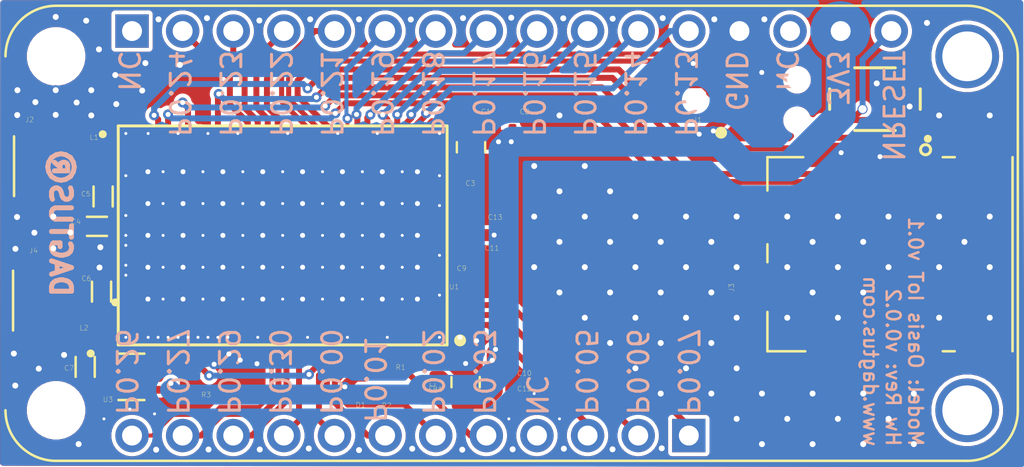
<source format=kicad_pcb>
(kicad_pcb (version 20171130) (host pcbnew "(5.1.6)-1")
  (layers (0 F.Cu signal) (31 B.Cu signal) (34 B.Paste user hide) (35 F.Paste user hide) (36 B.SilkS user hide) (37 F.SilkS user) (38 B.Mask user hide) (39 F.Mask user hide) (44 Edge.Cuts user hide))
  (net 0 "")
  (net 1 SIM_IO)
  (net 2 SIM_RST)
  (net 3 SIM_CLK)
  (net 4 GND)
  (net 5 SIM_VCC)
  (net 6 COEX0_LNA_EN)
  (net 7 GPS)
  (net 8 ANT)
  (net 9 NRESET)
  (net 10 "Net-(C7-Pad2)")
  (net 11 SWDCLK)
  (net 12 SWDIO)
  (net 13 P0.3,D7,1.6B)
  (net 14 "Net-(D1-PadA)")
  (net 15 P0.24)
  (net 16 P0.23)
  (net 17 P0.22)
  (net 18 P0.21)
  (net 19 P0.19)
  (net 20 P0.18)
  (net 21 P0.17)
  (net 22 P0.16)
  (net 23 P0.15)
  (net 24 P0.14)
  (net 25 P0.13)
  (net 26 P0.26)
  (net 27 P0.27)
  (net 28 P0.29)
  (net 29 P0.30)
  (net 30 P0.00)
  (net 31 P0.01)
  (net 32 P0.02)
  (net 33 P0.7)
  (net 34 P0.6)
  (net 35 P0.5)
  (net 36 "Net-(C5-Pad1)")
  (net 37 "Net-(R1-Pad2)")
  (net 38 "Net-(C6-Pad1)")
  (net 39 "Net-(FB1-Pad2)")
  (net 40 VDD_GPIO)
  (net 41 "Net-(C13-Pad1)")
  (module lib_fp:MODULE_OASIS_IOT_BOARD_TH (layer F.Cu) (at 71.13 76.59 180)
    (fp_text reference U2)
    (fp_text value OASIS_IOT_BOARD_TH)
    (pad JP11 thru_hole circle (at 19.05 -10.16 180) (size 1.6764 1.6764) (drill 1) (layers *.Cu *.Mask) (net 26 P0.26))
    (pad JP00 thru_hole rect (at -8.89 -10.16 180) (size 1.6764 1.6764) (drill 1) (layers *.Cu *.Mask) (net 33 P0.7))
    (pad JP01 thru_hole circle (at -6.35 -10.16 180) (size 1.6764 1.6764) (drill 1) (layers *.Cu *.Mask) (net 34 P0.6))
    (pad JP02 thru_hole circle (at -3.81 -10.16 180) (size 1.6764 1.6764) (drill 1) (layers *.Cu *.Mask) (net 35 P0.5))
    (pad JP03 thru_hole circle (at -1.27 -10.16 180) (size 1.6764 1.6764) (drill 1) (layers *.Cu *.Mask))
    (pad JP10 thru_hole circle (at 16.51 -10.16 180) (size 1.6764 1.6764) (drill 1) (layers *.Cu *.Mask) (net 27 P0.27))
    (pad JP09 thru_hole circle (at 13.97 -10.16 180) (size 1.6764 1.6764) (drill 1) (layers *.Cu *.Mask) (net 28 P0.29))
    (pad JP08 thru_hole circle (at 11.43 -10.16 180) (size 1.6764 1.6764) (drill 1) (layers *.Cu *.Mask) (net 29 P0.30))
    (pad JP07 thru_hole circle (at 8.89 -10.16 180) (size 1.6764 1.6764) (drill 1) (layers *.Cu *.Mask) (net 30 P0.00))
    (pad JP06 thru_hole circle (at 6.35 -10.16 180) (size 1.6764 1.6764) (drill 1) (layers *.Cu *.Mask) (net 31 P0.01))
    (pad JP05 thru_hole circle (at 3.81 -10.16 180) (size 1.6764 1.6764) (drill 1) (layers *.Cu *.Mask) (net 32 P0.02))
    (pad JP04 thru_hole circle (at 1.27 -10.16 180) (size 1.6764 1.6764) (drill 1) (layers *.Cu *.Mask) (net 13 P0.3,D7,1.6B))
    (pad None np_thru_hole circle (at 22.86 -8.89 180) (size 2.54 2.54) (drill 2.54) (layers *.Cu *.Mask))
    (pad None np_thru_hole circle (at 22.86 8.89 180) (size 2.54 2.54) (drill 2.54) (layers *.Cu *.Mask))
    (pad P1 thru_hole circle (at -22.86 -8.89 180) (size 3.2 3.2) (drill 2.5) (layers *.Cu *.Mask))
    (pad P2 thru_hole circle (at -22.86 8.89 180) (size 3.2 3.2) (drill 2.5) (layers *.Cu *.Mask))
    (pad JP12 thru_hole circle (at -19.05 10.16 180) (size 1.6764 1.6764) (drill 1) (layers *.Cu *.Mask) (net 9 NRESET))
    (pad JP27 thru_hole rect (at 19.05 10.16 180) (size 1.6764 1.6764) (drill 1) (layers *.Cu *.Mask))
    (pad JP25 thru_hole circle (at 13.97 10.16 180) (size 1.6764 1.6764) (drill 1) (layers *.Cu *.Mask) (net 16 P0.23))
    (pad JP26 thru_hole circle (at 16.51 10.16 180) (size 1.6764 1.6764) (drill 1) (layers *.Cu *.Mask) (net 15 P0.24))
    (pad JP24 thru_hole circle (at 11.43 10.16 180) (size 1.6764 1.6764) (drill 1) (layers *.Cu *.Mask) (net 17 P0.22))
    (pad JP13 thru_hole circle (at -16.51 10.16 180) (size 1.6764 1.6764) (drill 1) (layers *.Cu *.Mask) (net 40 VDD_GPIO))
    (pad JP14 thru_hole circle (at -13.97 10.16 180) (size 1.6764 1.6764) (drill 1) (layers *.Cu *.Mask))
    (pad JP15 thru_hole circle (at -11.43 10.16 180) (size 1.6764 1.6764) (drill 1) (layers *.Cu *.Mask) (net 4 GND))
    (pad JP22 thru_hole circle (at 6.35 10.16 180) (size 1.6764 1.6764) (drill 1) (layers *.Cu *.Mask) (net 19 P0.19))
    (pad JP23 thru_hole circle (at 8.89 10.16 180) (size 1.6764 1.6764) (drill 1) (layers *.Cu *.Mask) (net 18 P0.21))
    (pad JP21 thru_hole circle (at 3.81 10.16 180) (size 1.6764 1.6764) (drill 1) (layers *.Cu *.Mask) (net 20 P0.18))
    (pad JP16 thru_hole circle (at -8.89 10.16 180) (size 1.6764 1.6764) (drill 1) (layers *.Cu *.Mask) (net 25 P0.13))
    (pad JP17 thru_hole circle (at -6.35 10.16 180) (size 1.6764 1.6764) (drill 1) (layers *.Cu *.Mask) (net 24 P0.14))
    (pad JP18 thru_hole circle (at -3.81 10.16 180) (size 1.6764 1.6764) (drill 1) (layers *.Cu *.Mask) (net 23 P0.15))
    (pad JP20 thru_hole circle (at 1.27 10.16 180) (size 1.6764 1.6764) (drill 1) (layers *.Cu *.Mask) (net 21 P0.17))
    (pad JP19 thru_hole circle (at -1.27 10.16 180) (size 1.6764 1.6764) (drill 1) (layers *.Cu *.Mask) (net 22 P0.16))
  )
  (module lib_fp:0402_RES (layer F.Cu) (at 54.99 84 270)
    (fp_text reference R3 (at 0.7 -0.81 180) (layer F.SilkS) (effects (font (size 0.254 0.254) (thickness 0.015))))
    (fp_text value RES-100K-1%-0402)
    (pad 2 smd rect (at 0.65 0 270) (size 0.7 0.9) (layers F.Cu F.Paste F.Mask) (net 4 GND))
    (pad 1 smd rect (at -0.65 0 270) (size 0.7 0.9) (layers F.Cu F.Paste F.Mask) (net 6 COEX0_LNA_EN))
  )
  (module lib_fp:MOLEX_104224-0820 (layer F.Cu) (at 96.364 77.64 90)
    (fp_text reference J3 (at -1.6768 -14.20018 90) (layer F.SilkS) (effects (font (size 0.254 0.254) (thickness 0.015))))
    (fp_text value 104224-0820)
    (pad R2 smd rect (at 1.82 -12.625 90) (size 1.1 1) (layers F.Cu F.Paste F.Mask))
    (pad R1 smd rect (at -1.82 -12.625 90) (size 1.1 1) (layers F.Cu F.Paste F.Mask))
    (pad S6 smd rect (at -4.9 -6.75 90) (size 1 0.8) (layers F.Cu F.Paste F.Mask) (net 1 SIM_IO))
    (pad S5 smd rect (at -4.9 -5.55 90) (size 1 0.8) (layers F.Cu F.Paste F.Mask))
    (pad S4 smd rect (at 4.9 -6.75 90) (size 1 0.8) (layers F.Cu F.Paste F.Mask) (net 4 GND))
    (pad S2 smd rect (at 4.9 -5.55 90) (size 1 0.8) (layers F.Cu F.Paste F.Mask) (net 2 SIM_RST))
    (pad S1 smd rect (at 4.9 -4.35 90) (size 1 0.8) (layers F.Cu F.Paste F.Mask) (net 5 SIM_VCC))
    (pad S3 smd rect (at -4.9 -4.35 90) (size 1 0.8) (layers F.Cu F.Paste F.Mask) (net 3 SIM_CLK))
    (pad G4 smd rect (at 5.1 -1.5 90) (size 1 2.3) (layers F.Cu F.Paste F.Mask) (net 4 GND))
    (pad G3 smd rect (at 5.1 -8.7 90) (size 1 2.3) (layers F.Cu F.Paste F.Mask) (net 4 GND))
    (pad G2 smd rect (at -5.1 -8.7 90) (size 1 2.3) (layers F.Cu F.Paste F.Mask) (net 4 GND))
    (pad G1 smd rect (at -5.1 -1.5 90) (size 1 2.3) (layers F.Cu F.Paste F.Mask) (net 4 GND))
  )
  (module Resistor_SMD:R_0201_0603Metric (layer F.Cu) (at 66.1 82.83 180)
    (fp_text reference R1 (at 0.54 -0.49) (layer F.SilkS) (effects (font (size 0.254 0.254) (thickness 0.015))))
    (fp_text value 10K)
    (pad 2 smd roundrect (at 0.32 0 180) (size 0.46 0.4) (layers F.Cu F.Mask) (net 37 "Net-(R1-Pad2)"))
    (pad 1 smd roundrect (at -0.32 0 180) (size 0.46 0.4) (layers F.Cu F.Mask) (net 39 "Net-(FB1-Pad2)"))
  )
  (module Inductor_SMD:L_0402_1005Metric (layer F.Cu) (at 67.33 83.32 90)
    (fp_text reference FB1 (at -1.1 -0.02 180) (layer F.SilkS) (effects (font (size 0.254 0.254) (thickness 0.015))))
    (fp_text value 120R/0.7A)
    (pad 2 smd roundrect (at 0.485 0 90) (size 0.59 0.64) (layers F.Cu F.Paste F.Mask) (net 39 "Net-(FB1-Pad2)"))
    (pad 1 smd roundrect (at -0.485 0 90) (size 0.59 0.64) (layers F.Cu F.Paste F.Mask) (net 40 VDD_GPIO))
  )
  (module Capacitor_SMD:C_0402_1005Metric (layer F.Cu) (at 69.04 75.71)
    (fp_text reference C13 (at 1.26 0.07) (layer F.SilkS) (effects (font (size 0.254 0.254) (thickness 0.015))))
    (fp_text value 4.7uF)
    (pad 1 smd roundrect (at -0.485 0) (size 0.59 0.64) (layers F.Cu F.Paste F.Mask) (net 41 "Net-(C13-Pad1)"))
    (pad 2 smd roundrect (at 0.485 0) (size 0.59 0.64) (layers F.Cu F.Paste F.Mask) (net 4 GND))
  )
  (module Capacitor_SMD:C_0201_0603Metric (layer F.Cu) (at 70.72 84.4)
    (fp_text reference C12 (at 1.05 0) (layer F.SilkS) (effects (font (size 0.254 0.254) (thickness 0.015))))
    (fp_text value 15pF)
    (pad 2 smd roundrect (at 0.32 0) (size 0.46 0.4) (layers F.Cu F.Mask) (net 4 GND))
    (pad 1 smd roundrect (at -0.32 0) (size 0.46 0.4) (layers F.Cu F.Mask) (net 40 VDD_GPIO))
  )
  (module Capacitor_SMD:C_0201_0603Metric (layer F.Cu) (at 69.49 76.99 270)
    (fp_text reference C11 (at 0.34 -0.65 180) (layer F.SilkS) (effects (font (size 0.254 0.254) (thickness 0.015))))
    (fp_text value 100nF)
    (pad 2 smd roundrect (at 0.32 0 270) (size 0.46 0.4) (layers F.Cu F.Mask) (net 4 GND))
    (pad 1 smd roundrect (at -0.32 0 270) (size 0.46 0.4) (layers F.Cu F.Mask) (net 40 VDD_GPIO))
  )
  (module Capacitor_SMD:C_0201_0603Metric (layer F.Cu) (at 70.71 83.62)
    (fp_text reference C10 (at 1.06 0) (layer F.SilkS) (effects (font (size 0.254 0.254) (thickness 0.015))))
    (fp_text value 100nF)
    (pad 1 smd roundrect (at -0.32 0) (size 0.46 0.4) (layers F.Cu F.Mask) (net 40 VDD_GPIO))
    (pad 2 smd roundrect (at 0.32 0) (size 0.46 0.4) (layers F.Cu F.Mask) (net 4 GND))
  )
  (module Capacitor_SMD:C_0402_1005Metric (layer F.Cu) (at 68.59 77.21 270)
    (fp_text reference C9 (at 1.14 -0.03 180) (layer F.SilkS) (effects (font (size 0.254 0.254) (thickness 0.015))))
    (fp_text value 4.7uF)
    (pad 1 smd roundrect (at -0.485 0 270) (size 0.59 0.64) (layers F.Cu F.Paste F.Mask) (net 40 VDD_GPIO))
    (pad 2 smd roundrect (at 0.485 0 270) (size 0.59 0.64) (layers F.Cu F.Paste F.Mask) (net 4 GND))
  )
  (module Capacitor_SMD:C_0805_2012Metric (layer F.Cu) (at 68.82 84.0675 90)
    (fp_text reference C8 (at 0 -1.65 90) (layer F.SilkS) (effects (font (size 0.254 0.254) (thickness 0.015))))
    (fp_text value 47uF)
    (pad 2 smd roundrect (at 0.9375 0 90) (size 0.975 1.4) (layers F.Cu F.Paste F.Mask) (net 4 GND))
    (pad 1 smd roundrect (at -0.9375 0 90) (size 0.975 1.4) (layers F.Cu F.Paste F.Mask) (net 40 VDD_GPIO))
  )
  (module Capacitor_SMD:C_0805_2012Metric (layer F.Cu) (at 69.09 72.2675 270)
    (fp_text reference C3 (at 1.8125 0.03 180) (layer F.SilkS) (effects (font (size 0.254 0.254) (thickness 0.015))))
    (fp_text value 47uF)
    (pad 1 smd roundrect (at -0.9375 0 270) (size 0.975 1.4) (layers F.Cu F.Paste F.Mask) (net 40 VDD_GPIO))
    (pad 2 smd roundrect (at 0.9375 0 270) (size 0.975 1.4) (layers F.Cu F.Paste F.Mask) (net 4 GND))
  )
  (module Capacitor_SMD:C_0201_0603Metric (layer F.Cu) (at 71.17 71 90)
    (fp_text reference C2 (at 0.52 0.61 180) (layer F.SilkS) (effects (font (size 0.254 0.254) (thickness 0.015))))
    (fp_text value 100nF)
    (pad 1 smd roundrect (at -0.32 0 90) (size 0.46 0.4) (layers F.Cu F.Mask) (net 40 VDD_GPIO))
    (pad 2 smd roundrect (at 0.32 0 90) (size 0.46 0.4) (layers F.Cu F.Mask) (net 4 GND))
  )
  (module Capacitor_SMD:C_0201_0603Metric (layer F.Cu) (at 70.39 71 90)
    (fp_text reference C1 (at 0.52 -0.55 180) (layer F.SilkS) (effects (font (size 0.254 0.254) (thickness 0.015))))
    (fp_text value 15pF)
    (pad 2 smd roundrect (at 0.32 0 90) (size 0.46 0.4) (layers F.Cu F.Mask) (net 4 GND))
    (pad 1 smd roundrect (at -0.32 0 90) (size 0.46 0.4) (layers F.Cu F.Mask) (net 40 VDD_GPIO))
  )
  (module lib_fp:NRF9160-SIBA-R (layer F.Cu) (at 59.6392 76.6953 180)
    (fp_text reference U1 (at -8.6008 -2.5847) (layer F.SilkS) (effects (font (size 0.254 0.254) (thickness 0.015))))
    (fp_text value NRF9160-SIBA-R)
    (pad 103_35 smd rect (at 6 -3.2 180) (size 0.8 0.8) (layers F.Cu F.Paste F.Mask) (net 4 GND))
    (pad 103_34 smd rect (at 6 -1.6 180) (size 0.8 0.8) (layers F.Cu F.Paste F.Mask) (net 4 GND))
    (pad 103_33 smd rect (at 6 0 180) (size 0.8 0.8) (layers F.Cu F.Paste F.Mask) (net 4 GND))
    (pad 103_32 smd rect (at 6 1.6 180) (size 0.8 0.8) (layers F.Cu F.Paste F.Mask) (net 4 GND))
    (pad 103_31 smd rect (at 6 3.2 180) (size 0.8 0.8) (layers F.Cu F.Paste F.Mask) (net 4 GND))
    (pad 103_30 smd rect (at 4 -3.2 180) (size 0.8 0.8) (layers F.Cu F.Paste F.Mask) (net 4 GND))
    (pad 103_29 smd rect (at 4 -1.6 180) (size 0.8 0.8) (layers F.Cu F.Paste F.Mask) (net 4 GND))
    (pad 103_28 smd rect (at 4 0 180) (size 0.8 0.8) (layers F.Cu F.Paste F.Mask) (net 4 GND))
    (pad 103_27 smd rect (at 4 1.6 180) (size 0.8 0.8) (layers F.Cu F.Paste F.Mask) (net 4 GND))
    (pad 103_26 smd rect (at 4 3.2 180) (size 0.8 0.8) (layers F.Cu F.Paste F.Mask) (net 4 GND))
    (pad 103_25 smd rect (at 2 -3.2 180) (size 0.8 0.8) (layers F.Cu F.Paste F.Mask) (net 4 GND))
    (pad 103_24 smd rect (at 2 -1.6 180) (size 0.8 0.8) (layers F.Cu F.Paste F.Mask) (net 4 GND))
    (pad 103_23 smd rect (at 2 0 180) (size 0.8 0.8) (layers F.Cu F.Paste F.Mask) (net 4 GND))
    (pad 103_22 smd rect (at 2 1.6 180) (size 0.8 0.8) (layers F.Cu F.Paste F.Mask) (net 4 GND))
    (pad 103_21 smd rect (at 2 3.2 180) (size 0.8 0.8) (layers F.Cu F.Paste F.Mask) (net 4 GND))
    (pad 103_20 smd rect (at 0 -3.2 180) (size 0.8 0.8) (layers F.Cu F.Paste F.Mask) (net 4 GND))
    (pad 103_19 smd rect (at 0 -1.6 180) (size 0.8 0.8) (layers F.Cu F.Paste F.Mask) (net 4 GND))
    (pad 103_18 smd rect (at 0 0 180) (size 0.8 0.8) (layers F.Cu F.Paste F.Mask) (net 4 GND))
    (pad 103_17 smd rect (at 0 1.6 180) (size 0.8 0.8) (layers F.Cu F.Paste F.Mask) (net 4 GND))
    (pad 103_16 smd rect (at 0 3.2 180) (size 0.8 0.8) (layers F.Cu F.Paste F.Mask) (net 4 GND))
    (pad 103_15 smd rect (at -2 -3.2 180) (size 0.8 0.8) (layers F.Cu F.Paste F.Mask) (net 4 GND))
    (pad 103_14 smd rect (at -2 -1.6 180) (size 0.8 0.8) (layers F.Cu F.Paste F.Mask) (net 4 GND))
    (pad 103_13 smd rect (at -2 0 180) (size 0.8 0.8) (layers F.Cu F.Paste F.Mask) (net 4 GND))
    (pad 103_12 smd rect (at -2 1.6 180) (size 0.8 0.8) (layers F.Cu F.Paste F.Mask) (net 4 GND))
    (pad 103_11 smd rect (at -2 3.2 180) (size 0.8 0.8) (layers F.Cu F.Paste F.Mask) (net 4 GND))
    (pad 103_10 smd rect (at -4 -3.2 180) (size 0.8 0.8) (layers F.Cu F.Paste F.Mask) (net 4 GND))
    (pad 103_9 smd rect (at -4 -1.6 180) (size 0.8 0.8) (layers F.Cu F.Paste F.Mask) (net 4 GND))
    (pad 103_8 smd rect (at -4 0 180) (size 0.8 0.8) (layers F.Cu F.Paste F.Mask) (net 4 GND))
    (pad 103_7 smd rect (at -4 1.6 180) (size 0.8 0.8) (layers F.Cu F.Paste F.Mask) (net 4 GND))
    (pad 103_6 smd rect (at -4 3.2 180) (size 0.8 0.8) (layers F.Cu F.Paste F.Mask) (net 4 GND))
    (pad 103_5 smd rect (at -6 -3.2 180) (size 0.8 0.8) (layers F.Cu F.Paste F.Mask) (net 4 GND))
    (pad 103_4 smd rect (at -6 -1.6 180) (size 0.8 0.8) (layers F.Cu F.Paste F.Mask) (net 4 GND))
    (pad 103_3 smd rect (at -6 0 180) (size 0.8 0.8) (layers F.Cu F.Paste F.Mask) (net 4 GND))
    (pad 103_2 smd rect (at -6 1.6 180) (size 0.8 0.8) (layers F.Cu F.Paste F.Mask) (net 4 GND))
    (pad 127 smd rect (at -5.75 -4.35 180) (size 0.3 0.3) (layers F.Cu F.Paste F.Mask))
    (pad 126 smd rect (at -5.25 -4.35 180) (size 0.3 0.3) (layers F.Cu F.Paste F.Mask))
    (pad 125 smd rect (at -4.75 -4.35 180) (size 0.3 0.3) (layers F.Cu F.Paste F.Mask))
    (pad 124 smd rect (at -4.25 -4.35 180) (size 0.3 0.3) (layers F.Cu F.Paste F.Mask))
    (pad 123 smd rect (at -1.75 -4.35 180) (size 0.3 0.3) (layers F.Cu F.Paste F.Mask))
    (pad 122 smd rect (at -1.25 -4.35 180) (size 0.3 0.3) (layers F.Cu F.Paste F.Mask))
    (pad 121 smd rect (at -0.75 -4.35 180) (size 0.3 0.3) (layers F.Cu F.Paste F.Mask))
    (pad 120 smd rect (at -0.25 -4.35 180) (size 0.3 0.3) (layers F.Cu F.Paste F.Mask))
    (pad 119 smd rect (at 3.25 -4.35 180) (size 0.3 0.3) (layers F.Cu F.Paste F.Mask))
    (pad 118 smd rect (at 3.75 -4.35 180) (size 0.3 0.3) (layers F.Cu F.Paste F.Mask))
    (pad 117 smd rect (at 4.25 -4.35 180) (size 0.3 0.3) (layers F.Cu F.Paste F.Mask))
    (pad 116 smd rect (at 4.75 -4.35 180) (size 0.3 0.3) (layers F.Cu F.Paste F.Mask))
    (pad 115 smd rect (at 4.75 4.35 180) (size 0.3 0.3) (layers F.Cu F.Paste F.Mask))
    (pad 114 smd rect (at 4.25 4.35 180) (size 0.3 0.3) (layers F.Cu F.Paste F.Mask))
    (pad 113 smd rect (at 3.75 4.35 180) (size 0.3 0.3) (layers F.Cu F.Paste F.Mask))
    (pad 112 smd rect (at 3.25 4.35 180) (size 0.3 0.3) (layers F.Cu F.Paste F.Mask))
    (pad 111 smd rect (at -0.25 4.35 180) (size 0.3 0.3) (layers F.Cu F.Paste F.Mask))
    (pad 110 smd rect (at -0.75 4.35 180) (size 0.3 0.3) (layers F.Cu F.Paste F.Mask))
    (pad 109 smd rect (at -1.25 4.35 180) (size 0.3 0.3) (layers F.Cu F.Paste F.Mask))
    (pad 108 smd rect (at -1.75 4.35 180) (size 0.3 0.3) (layers F.Cu F.Paste F.Mask))
    (pad 107 smd rect (at -4.25 4.35 180) (size 0.3 0.3) (layers F.Cu F.Paste F.Mask))
    (pad 106 smd rect (at -4.75 4.35 180) (size 0.3 0.3) (layers F.Cu F.Paste F.Mask))
    (pad 105 smd rect (at -5.25 4.35 180) (size 0.3 0.3) (layers F.Cu F.Paste F.Mask))
    (pad 104 smd rect (at -5.75 4.35 180) (size 0.3 0.3) (layers F.Cu F.Paste F.Mask))
    (pad 103_1 smd rect (at -6 3.2 180) (size 0.8 0.8) (layers F.Cu F.Paste F.Mask) (net 4 GND))
    (pad 102 smd rect (at -7.25 -5.12 180) (size 0.3 0.54) (layers F.Cu F.Paste F.Mask) (net 39 "Net-(FB1-Pad2)"))
    (pad 101 smd rect (at -6.75 -5.12 180) (size 0.3 0.54) (layers F.Cu F.Paste F.Mask) (net 37 "Net-(R1-Pad2)"))
    (pad 100 smd rect (at -6.25 -5.12 180) (size 0.3 0.54) (layers F.Cu F.Paste F.Mask))
    (pad 99 smd rect (at -5.75 -5.12 180) (size 0.3 0.54) (layers F.Cu F.Paste F.Mask) (net 13 P0.3,D7,1.6B))
    (pad 98 smd rect (at -5.25 -5.12 180) (size 0.3 0.54) (layers F.Cu F.Paste F.Mask) (net 4 GND))
    (pad 97 smd rect (at -4.75 -5.12 180) (size 0.3 0.54) (layers F.Cu F.Paste F.Mask) (net 32 P0.02))
    (pad 96 smd rect (at -4.25 -5.12 180) (size 0.3 0.54) (layers F.Cu F.Paste F.Mask) (net 31 P0.01))
    (pad 95 smd rect (at -3.75 -5.12 180) (size 0.3 0.54) (layers F.Cu F.Paste F.Mask) (net 30 P0.00))
    (pad 94 smd rect (at -3.25 -5.12 180) (size 0.3 0.54) (layers F.Cu F.Paste F.Mask) (net 4 GND))
    (pad 93 smd rect (at -2.75 -5.12 180) (size 0.3 0.54) (layers F.Cu F.Paste F.Mask) (net 6 COEX0_LNA_EN))
    (pad 92 smd rect (at -2.25 -5.12 180) (size 0.3 0.54) (layers F.Cu F.Paste F.Mask))
    (pad 91 smd rect (at -1.75 -5.12 180) (size 0.3 0.54) (layers F.Cu F.Paste F.Mask))
    (pad 90 smd rect (at -1.25 -5.12 180) (size 0.3 0.54) (layers F.Cu F.Paste F.Mask) (net 4 GND))
    (pad 89 smd rect (at -0.75 -5.12 180) (size 0.3 0.54) (layers F.Cu F.Paste F.Mask))
    (pad 88 smd rect (at -0.25 -5.12 180) (size 0.3 0.54) (layers F.Cu F.Paste F.Mask) (net 29 P0.30))
    (pad 87 smd rect (at 0.25 -5.12 180) (size 0.3 0.54) (layers F.Cu F.Paste F.Mask) (net 28 P0.29))
    (pad 86 smd rect (at 0.75 -5.12 180) (size 0.3 0.54) (layers F.Cu F.Paste F.Mask) (net 27 P0.27))
    (pad 85 smd rect (at 1.25 -5.12 180) (size 0.3 0.54) (layers F.Cu F.Paste F.Mask) (net 4 GND))
    (pad 84 smd rect (at 1.75 -5.12 180) (size 0.3 0.54) (layers F.Cu F.Paste F.Mask))
    (pad 83 smd rect (at 2.25 -5.12 180) (size 0.3 0.54) (layers F.Cu F.Paste F.Mask) (net 26 P0.26))
    (pad 82 smd rect (at 2.75 -5.12 180) (size 0.3 0.54) (layers F.Cu F.Paste F.Mask) (net 4 GND))
    (pad 81 smd rect (at 3.25 -5.12 180) (size 0.3 0.54) (layers F.Cu F.Paste F.Mask) (net 4 GND))
    (pad 80 smd rect (at 3.75 -5.12 180) (size 0.3 0.54) (layers F.Cu F.Paste F.Mask) (net 4 GND))
    (pad 79 smd rect (at 4.25 -5.12 180) (size 0.3 0.54) (layers F.Cu F.Paste F.Mask) (net 4 GND))
    (pad 78 smd rect (at 4.75 -5.12 180) (size 0.3 0.54) (layers F.Cu F.Paste F.Mask) (net 4 GND))
    (pad 77 smd rect (at 5.25 -5.12 180) (size 0.3 0.54) (layers F.Cu F.Paste F.Mask) (net 4 GND))
    (pad 76 smd rect (at 5.75 -5.12 180) (size 0.3 0.54) (layers F.Cu F.Paste F.Mask) (net 4 GND))
    (pad 75 smd rect (at 6.25 -5.12 180) (size 0.3 0.54) (layers F.Cu F.Paste F.Mask) (net 4 GND))
    (pad 74 smd rect (at 6.75 -5.12 180) (size 0.3 0.54) (layers F.Cu F.Paste F.Mask) (net 4 GND))
    (pad 73 smd rect (at 7.25 -5.12 180) (size 0.3 0.54) (layers F.Cu F.Paste F.Mask))
    (pad 72 smd rect (at 7.87 -5.12 180) (size 0.54 0.54) (layers F.Cu F.Paste F.Mask) (net 4 GND))
    (pad 71 smd rect (at 7.87 -4.5 180) (size 0.54 0.3) (layers F.Cu F.Paste F.Mask))
    (pad 70 smd rect (at 7.87 -4 180) (size 0.54 0.3) (layers F.Cu F.Paste F.Mask))
    (pad 69 smd rect (at 7.87 -3.5 180) (size 0.54 0.3) (layers F.Cu F.Paste F.Mask))
    (pad 68 smd rect (at 7.87 -3 180) (size 0.54 0.3) (layers F.Cu F.Paste F.Mask))
    (pad 67 smd rect (at 7.87 -2.5 180) (size 0.54 0.3) (layers F.Cu F.Paste F.Mask) (net 7 GPS))
    (pad 66 smd rect (at 7.87 -2 180) (size 0.54 0.3) (layers F.Cu F.Paste F.Mask) (net 4 GND))
    (pad 65 smd rect (at 7.87 -1.5 180) (size 0.54 0.3) (layers F.Cu F.Paste F.Mask) (net 4 GND))
    (pad 64 smd rect (at 7.87 -1 180) (size 0.54 0.3) (layers F.Cu F.Paste F.Mask))
    (pad 63 smd rect (at 7.87 -0.5 180) (size 0.54 0.3) (layers F.Cu F.Paste F.Mask) (net 4 GND))
    (pad 62 smd rect (at 7.87 0 180) (size 0.54 0.3) (layers F.Cu F.Paste F.Mask) (net 4 GND))
    (pad 61 smd rect (at 7.87 0.5 180) (size 0.54 0.3) (layers F.Cu F.Paste F.Mask) (net 8 ANT))
    (pad 60 smd rect (at 7.87 1 180) (size 0.54 0.3) (layers F.Cu F.Paste F.Mask) (net 4 GND))
    (pad 59 smd rect (at 7.87 1.5 180) (size 0.54 0.3) (layers F.Cu F.Paste F.Mask))
    (pad 58 smd rect (at 7.87 2 180) (size 0.54 0.3) (layers F.Cu F.Paste F.Mask))
    (pad 57 smd rect (at 7.87 2.5 180) (size 0.54 0.3) (layers F.Cu F.Paste F.Mask))
    (pad 56 smd rect (at 7.87 3 180) (size 0.54 0.3) (layers F.Cu F.Paste F.Mask) (net 4 GND))
    (pad 55 smd rect (at 7.87 3.5 180) (size 0.54 0.3) (layers F.Cu F.Paste F.Mask))
    (pad 54 smd rect (at 7.87 4 180) (size 0.54 0.3) (layers F.Cu F.Paste F.Mask))
    (pad 53 smd rect (at 7.87 4.5 180) (size 0.54 0.3) (layers F.Cu F.Paste F.Mask))
    (pad 52 smd rect (at 7.87 5.12 180) (size 0.54 0.54) (layers F.Cu F.Paste F.Mask) (net 4 GND))
    (pad 51 smd rect (at 7.25 5.12 180) (size 0.3 0.54) (layers F.Cu F.Paste F.Mask))
    (pad 50 smd rect (at 6.75 5.12 180) (size 0.3 0.54) (layers F.Cu F.Paste F.Mask) (net 4 GND))
    (pad 49 smd rect (at 6.25 5.12 180) (size 0.3 0.54) (layers F.Cu F.Paste F.Mask) (net 5 SIM_VCC))
    (pad 48 smd rect (at 5.75 5.12 180) (size 0.3 0.54) (layers F.Cu F.Paste F.Mask) (net 1 SIM_IO))
    (pad 47 smd rect (at 5.25 5.12 180) (size 0.3 0.54) (layers F.Cu F.Paste F.Mask) (net 4 GND))
    (pad 46 smd rect (at 4.75 5.12 180) (size 0.3 0.54) (layers F.Cu F.Paste F.Mask) (net 3 SIM_CLK))
    (pad 45 smd rect (at 4.25 5.12 180) (size 0.3 0.54) (layers F.Cu F.Paste F.Mask))
    (pad 44 smd rect (at 3.75 5.12 180) (size 0.3 0.54) (layers F.Cu F.Paste F.Mask) (net 4 GND))
    (pad 43 smd rect (at 3.25 5.12 180) (size 0.3 0.54) (layers F.Cu F.Paste F.Mask) (net 2 SIM_RST))
    (pad 42 smd rect (at 2.75 5.12 180) (size 0.3 0.54) (layers F.Cu F.Paste F.Mask))
    (pad 41 smd rect (at 2.25 5.12 180) (size 0.3 0.54) (layers F.Cu F.Paste F.Mask) (net 4 GND))
    (pad 40 smd rect (at 1.75 5.12 180) (size 0.3 0.54) (layers F.Cu F.Paste F.Mask) (net 15 P0.24))
    (pad 39 smd rect (at 1.25 5.12 180) (size 0.3 0.54) (layers F.Cu F.Paste F.Mask) (net 16 P0.23))
    (pad 38 smd rect (at 0.75 5.12 180) (size 0.3 0.54) (layers F.Cu F.Paste F.Mask) (net 17 P0.22))
    (pad 37 smd rect (at 0.25 5.12 180) (size 0.3 0.54) (layers F.Cu F.Paste F.Mask) (net 18 P0.21))
    (pad 36 smd rect (at -0.25 5.12 180) (size 0.3 0.54) (layers F.Cu F.Paste F.Mask) (net 4 GND))
    (pad 35 smd rect (at -0.75 5.12 180) (size 0.3 0.54) (layers F.Cu F.Paste F.Mask))
    (pad 34 smd rect (at -1.25 5.12 180) (size 0.3 0.54) (layers F.Cu F.Paste F.Mask) (net 12 SWDIO))
    (pad 33 smd rect (at -1.75 5.12 180) (size 0.3 0.54) (layers F.Cu F.Paste F.Mask) (net 11 SWDCLK))
    (pad 32 smd rect (at -2.25 5.12 180) (size 0.3 0.54) (layers F.Cu F.Paste F.Mask) (net 9 NRESET))
    (pad 31 smd rect (at -2.75 5.12 180) (size 0.3 0.54) (layers F.Cu F.Paste F.Mask) (net 4 GND))
    (pad 30 smd rect (at -3.25 5.12 180) (size 0.3 0.54) (layers F.Cu F.Paste F.Mask) (net 19 P0.19))
    (pad 29 smd rect (at -3.75 5.12 180) (size 0.3 0.54) (layers F.Cu F.Paste F.Mask) (net 20 P0.18))
    (pad 28 smd rect (at -4.25 5.12 180) (size 0.3 0.54) (layers F.Cu F.Paste F.Mask) (net 21 P0.17))
    (pad 27 smd rect (at -4.75 5.12 180) (size 0.3 0.54) (layers F.Cu F.Paste F.Mask) (net 4 GND))
    (pad 26 smd rect (at -5.25 5.12 180) (size 0.3 0.54) (layers F.Cu F.Paste F.Mask) (net 22 P0.16))
    (pad 25 smd rect (at -5.75 5.12 180) (size 0.3 0.54) (layers F.Cu F.Paste F.Mask) (net 23 P0.15))
    (pad 24 smd rect (at -6.25 5.12 180) (size 0.3 0.54) (layers F.Cu F.Paste F.Mask) (net 24 P0.14))
    (pad 23 smd rect (at -6.75 5.12 180) (size 0.3 0.54) (layers F.Cu F.Paste F.Mask) (net 25 P0.13))
    (pad 22 smd rect (at -7.25 5.12 180) (size 0.3 0.54) (layers F.Cu F.Paste F.Mask) (net 40 VDD_GPIO))
    (pad 21 smd rect (at -7.87 5.12 180) (size 0.54 0.54) (layers F.Cu F.Paste F.Mask) (net 4 GND))
    (pad 20 smd rect (at -7.87 4.5 180) (size 0.54 0.3) (layers F.Cu F.Paste F.Mask))
    (pad 19 smd rect (at -7.87 4 180) (size 0.54 0.3) (layers F.Cu F.Paste F.Mask))
    (pad 18 smd rect (at -7.87 3.5 180) (size 0.54 0.3) (layers F.Cu F.Paste F.Mask))
    (pad 17 smd rect (at -7.87 3 180) (size 0.54 0.3) (layers F.Cu F.Paste F.Mask) (net 4 GND))
    (pad 16 smd rect (at -7.87 2.5 180) (size 0.54 0.3) (layers F.Cu F.Paste F.Mask))
    (pad 15 smd rect (at -7.87 2 180) (size 0.54 0.3) (layers F.Cu F.Paste F.Mask))
    (pad 14 smd rect (at -7.87 1.5 180) (size 0.54 0.3) (layers F.Cu F.Paste F.Mask) (net 4 GND))
    (pad 13 smd rect (at -7.87 1 180) (size 0.54 0.3) (layers F.Cu F.Paste F.Mask) (net 41 "Net-(C13-Pad1)"))
    (pad 12 smd rect (at -7.87 0.5 180) (size 0.54 0.3) (layers F.Cu F.Paste F.Mask) (net 40 VDD_GPIO))
    (pad 11 smd rect (at -7.87 0 180) (size 0.54 0.3) (layers F.Cu F.Paste F.Mask))
    (pad 10 smd rect (at -7.87 -0.5 180) (size 0.54 0.3) (layers F.Cu F.Paste F.Mask))
    (pad 9 smd rect (at -7.87 -1 180) (size 0.54 0.3) (layers F.Cu F.Paste F.Mask) (net 4 GND))
    (pad 8 smd rect (at -7.87 -1.5 180) (size 0.54 0.3) (layers F.Cu F.Paste F.Mask))
    (pad 7 smd rect (at -7.87 -2 180) (size 0.54 0.3) (layers F.Cu F.Paste F.Mask))
    (pad 6 smd rect (at -7.87 -2.5 180) (size 0.54 0.3) (layers F.Cu F.Paste F.Mask))
    (pad 5 smd rect (at -7.87 -3 180) (size 0.54 0.3) (layers F.Cu F.Paste F.Mask) (net 4 GND))
    (pad 4 smd rect (at -7.87 -3.5 180) (size 0.54 0.3) (layers F.Cu F.Paste F.Mask) (net 33 P0.7))
    (pad 3 smd rect (at -7.87 -4 180) (size 0.54 0.3) (layers F.Cu F.Paste F.Mask) (net 34 P0.6))
    (pad 2 smd rect (at -7.87 -4.5 180) (size 0.54 0.3) (layers F.Cu F.Paste F.Mask) (net 35 P0.5))
    (pad 1 smd rect (at -7.87 -5.12 180) (size 0.54 0.54) (layers F.Cu F.Paste F.Mask) (net 4 GND))
  )
  (module lib_fp:TE_1909763-1 (layer F.Cu) (at 47.66 73.22 90)
    (fp_text reference J2 (at 2.34 -0.72 180) (layer F.SilkS) (effects (font (size 0.254 0.254) (thickness 0.015))))
    (fp_text value CON-1909763-1)
    (pad 1 smd rect (at 0 1.525 90) (size 1 1.05) (layers F.Cu F.Paste F.Mask) (net 36 "Net-(C5-Pad1)"))
    (pad 3 smd rect (at 1.475 0 90) (size 1.05 2.2) (layers F.Cu F.Paste F.Mask) (net 4 GND))
    (pad 2 smd rect (at -1.475 0 90) (size 1.05 2.2) (layers F.Cu F.Paste F.Mask) (net 4 GND))
  )
  (module lib_fp:LQG15HN39NJ02D (layer F.Cu) (at 50.61 72.812 90)
    (fp_text reference L1 (at 1.042 -0.43) (layer F.SilkS) (effects (font (size 0.254 0.254) (thickness 0.015))))
    (fp_text value IND-39NH-250MA-0402)
    (pad 2 smd rect (at 0.432 0 90) (size 0.54 0.6) (layers F.Cu F.Paste F.Mask) (net 4 GND))
    (pad 1 smd rect (at -0.432 0 90) (size 0.54 0.6) (layers F.Cu F.Paste F.Mask) (net 36 "Net-(C5-Pad1)"))
  )
  (module lib_fp:INDC1005X55N (layer F.Cu) (at 50.54 81.4 270)
    (fp_text reference L2 (at -0.06 0.87) (layer F.SilkS) (effects (font (size 0.254 0.254) (thickness 0.015))))
    (fp_text value "IND-68NH-200MA-0402 ")
    (pad 2 smd rect (at 0.432 0 270) (size 0.54 0.6) (layers F.Cu F.Paste F.Mask) (net 10 "Net-(C7-Pad2)"))
    (pad 1 smd rect (at -0.432 0 270) (size 0.54 0.6) (layers F.Cu F.Paste F.Mask) (net 38 "Net-(C6-Pad1)"))
  )
  (module lib_fp:MIC94092YC6-TR (layer F.Cu) (at 52.05 83.8)
    (fp_text reference U3 (at -1.18 1.14) (layer F.SilkS) (effects (font (size 0.254 0.254) (thickness 0.015))))
    (fp_text value POWER-SWITCH-MIC94092YC6)
    (pad 1 smd rect (at -0.98 -0.65) (size 0.97 0.39) (layers F.Cu F.Paste F.Mask) (net 10 "Net-(C7-Pad2)"))
    (pad 3 smd rect (at -0.98 0.65) (size 0.97 0.39) (layers F.Cu F.Paste F.Mask))
    (pad 2 smd rect (at -0.98 0) (size 0.97 0.39) (layers F.Cu F.Paste F.Mask) (net 4 GND))
    (pad 4 smd rect (at 0.98 0.65) (size 0.97 0.39) (layers F.Cu F.Paste F.Mask) (net 40 VDD_GPIO))
    (pad 6 smd rect (at 0.98 -0.65) (size 0.97 0.39) (layers F.Cu F.Paste F.Mask) (net 6 COEX0_LNA_EN))
    (pad 5 smd rect (at 0.98 0) (size 0.97 0.39) (layers F.Cu F.Paste F.Mask) (net 4 GND))
  )
  (module lib_fp:RC0402JR-07330RL (layer F.Cu) (at 63.59 84.2 270)
    (fp_text reference R2 (at 1.04 -1.27 180) (layer F.SilkS) (effects (font (size 0.254 0.254) (thickness 0.015))))
    (fp_text value RES-330-5%-0402)
    (pad 2 smd rect (at 0.432 0 270) (size 0.54 0.6) (layers F.Cu F.Paste F.Mask) (net 14 "Net-(D1-PadA)"))
    (pad 1 smd rect (at -0.432 0 270) (size 0.54 0.6) (layers F.Cu F.Paste F.Mask) (net 40 VDD_GPIO))
  )
  (module lib_fp:EVPAA402W (layer F.Cu) (at 89.36 69.85 180)
    (fp_text reference SW1 hide)
    (fp_text value SW-EVP-AA402W hide)
    (pad 4 smd rect (at 1.675 1.05 180) (size 1.143 0.4064) (layers F.Cu F.Paste F.Mask) (net 4 GND))
    (pad 3 smd rect (at -1.675 1.05 180) (size 1.143 0.4064) (layers F.Cu F.Paste F.Mask) (net 4 GND))
    (pad 2 smd rect (at 1.675 -1.05 180) (size 1.143 0.4064) (layers F.Cu F.Paste F.Mask) (net 9 NRESET))
    (pad 1 smd rect (at -1.675 -1.05 180) (size 1.143 0.4064) (layers F.Cu F.Paste F.Mask) (net 9 NRESET))
  )
  (module lib_fp:EAST10052BA0 (layer F.Cu) (at 64.78 84.18 270)
    (fp_text reference D1 (at 1.03 1.23) (layer F.SilkS) (effects (font (size 0.254 0.254) (thickness 0.015))))
    (fp_text value LED-BLUE-0402)
    (pad C smd rect (at -0.46 0 270) (size 0.51 0.63) (layers F.Cu F.Paste F.Mask) (net 13 P0.3,D7,1.6B))
    (pad A smd rect (at 0.46 0 270) (size 0.51 0.63) (layers F.Cu F.Paste F.Mask) (net 14 "Net-(D1-PadA)"))
  )
  (module lib_fp:TAG_TC2030-IDC-NL (layer F.Cu) (at 82.91 69.894)
    (fp_text reference J1 (at -2.45 0.996 180) (layer F.SilkS) (effects (font (size 0.254 0.254) (thickness 0.015))))
    (fp_text value TC2030-IDC-NL)
    (pad 6 smd circle (at 1.27 -0.635) (size 0.787 0.787) (layers F.Cu F.Mask))
    (pad 5 smd circle (at 1.27 0.635) (size 0.787 0.787) (layers F.Cu F.Mask) (net 4 GND))
    (pad 4 smd circle (at 0 -0.635) (size 0.787 0.787) (layers F.Cu F.Mask) (net 11 SWDCLK))
    (pad 3 smd circle (at 0 0.635) (size 0.787 0.787) (layers F.Cu F.Mask))
    (pad 2 smd circle (at -1.27 -0.635) (size 0.787 0.787) (layers F.Cu F.Mask) (net 12 SWDIO))
    (pad 1 smd circle (at -1.27 0.635) (size 0.787 0.787) (layers F.Cu F.Mask) (net 40 VDD_GPIO))
    (pad None np_thru_hole circle (at 2.54 1.016) (size 0.991 0.991) (drill 0.991) (layers *.Cu *.Mask))
    (pad None np_thru_hole circle (at 2.54 -1.016) (size 0.991 0.991) (drill 0.991) (layers *.Cu *.Mask))
    (pad None np_thru_hole circle (at -2.54 0) (size 0.991 0.991) (drill 0.991) (layers *.Cu *.Mask))
  )
  (module lib_fp:CAPC1005X55N (layer F.Cu) (at 50.55 79.52 90)
    (fp_text reference C6 (at 0.66 -0.76 180) (layer F.SilkS) (effects (font (size 0.254 0.254) (thickness 0.015))))
    (fp_text value CAP-56PF-50V-0402)
    (pad 2 smd rect (at 0.43 0 90) (size 0.54 0.6) (layers F.Cu F.Paste F.Mask) (net 7 GPS))
    (pad 1 smd rect (at -0.43 0 90) (size 0.54 0.6) (layers F.Cu F.Paste F.Mask) (net 38 "Net-(C6-Pad1)"))
  )
  (module lib_fp:CAPC1005X55N (layer F.Cu) (at 50.32 76.24)
    (fp_text reference C4 (at -1.05 -0.23 180) (layer F.SilkS) (effects (font (size 0.254 0.254) (thickness 0.015))))
    (fp_text value CAP-15P-50V-0402)
    (pad 2 smd rect (at 0.43 0) (size 0.54 0.6) (layers F.Cu F.Paste F.Mask) (net 8 ANT))
    (pad 1 smd rect (at -0.43 0) (size 0.54 0.6) (layers F.Cu F.Paste F.Mask) (net 4 GND))
  )
  (module lib_fp:CAPC1005X55N (layer F.Cu) (at 50.63 74.74 270)
    (fp_text reference C5 (at -0.13 0.87) (layer F.SilkS) (effects (font (size 0.241029 0.241029) (thickness 0.015))))
    (fp_text value CAP-15P-50V-0402)
    (pad 1 smd rect (at -0.43 0 270) (size 0.54 0.6) (layers F.Cu F.Paste F.Mask) (net 36 "Net-(C5-Pad1)"))
    (pad 2 smd rect (at 0.43 0 270) (size 0.54 0.6) (layers F.Cu F.Paste F.Mask) (net 8 ANT))
  )
  (module lib_fp:CAPC1005X55N (layer F.Cu) (at 49.73 83.3 90)
    (fp_text reference C7 (at -0.06 -0.81) (layer F.SilkS) (effects (font (size 0.254 0.254) (thickness 0.015))))
    (fp_text value CAP-56PF-50V-0402)
    (pad 2 smd rect (at 0.43 0 90) (size 0.54 0.6) (layers F.Cu F.Paste F.Mask) (net 10 "Net-(C7-Pad2)"))
    (pad 1 smd rect (at -0.43 0 90) (size 0.54 0.6) (layers F.Cu F.Paste F.Mask) (net 4 GND))
  )
  (module lib_fp:TE_1909763-1 (layer F.Cu) (at 47.61 79.97 90)
    (fp_text reference J4 (at 2.51 -0.47) (layer F.SilkS) (effects (font (size 0.254 0.254) (thickness 0.015))))
    (fp_text value CON-1909763-1)
    (pad 2 smd rect (at -1.475 0 90) (size 1.05 2.2) (layers F.Cu F.Paste F.Mask) (net 4 GND))
    (pad 3 smd rect (at 1.475 0 90) (size 1.05 2.2) (layers F.Cu F.Paste F.Mask) (net 4 GND))
    (pad 1 smd rect (at 0 1.525 90) (size 1 1.05) (layers F.Cu F.Paste F.Mask) (net 38 "Net-(C6-Pad1)"))
  )
  (gr_text "Model: Oasis IoT v0.1\nHw Rev: v0.0.2\nwww.dagtus.com" (at 90.268 87.356 270) (layer B.SilkS) (effects (font (size 0.7 0.7) (thickness 0.125)) (justify left mirror)))
  (gr_text DAGTUS® (at 48.49 76.07 270) (layer B.SilkS) (effects (font (size 1 1) (thickness 0.25)) (justify mirror)))
  (gr_text NRESET (at 90.268 70.195048 270) (layer B.SilkS) (effects (font (size 1 1)) (justify mirror)))
  (gr_text 3V3 (at 87.474 68.790286 270) (layer B.SilkS) (effects (font (size 1 1)) (justify mirror)))
  (gr_text NC (at 84.934 68.433143 270) (layer B.SilkS) (effects (font (size 1 1)) (justify mirror)))
  (gr_text GND (at 82.394 68.933143 270) (layer B.SilkS) (effects (font (size 1 1)) (justify mirror)))
  (gr_text P0.13 (at 79.854 69.576 270) (layer B.SilkS) (effects (font (size 1 1)) (justify mirror)))
  (gr_text P0.14 (at 77.314 69.576 270) (layer B.SilkS) (effects (font (size 1 1)) (justify mirror)))
  (gr_text P0.15 (at 74.774 69.576 270) (layer B.SilkS) (effects (font (size 1 1)) (justify mirror)))
  (gr_text P0.16 (at 72.234 69.576 270) (layer B.SilkS) (effects (font (size 1 1)) (justify mirror)))
  (gr_text P0.17 (at 69.694 69.576 270) (layer B.SilkS) (effects (font (size 1 1)) (justify mirror)))
  (gr_text P0.18 (at 67.154 69.576 270) (layer B.SilkS) (effects (font (size 1 1)) (justify mirror)))
  (gr_text P0.19 (at 64.614 69.576 270) (layer B.SilkS) (effects (font (size 1 1)) (justify mirror)))
  (gr_text P0.21 (at 62.074 69.576 270) (layer B.SilkS) (effects (font (size 1 1)) (justify mirror)))
  (gr_text P0.22 (at 59.534 69.576 270) (layer B.SilkS) (effects (font (size 1 1)) (justify mirror)))
  (gr_text P0.23 (at 56.994 69.576 270) (layer B.SilkS) (effects (font (size 1 1)) (justify mirror)))
  (gr_text P0.24 (at 54.454 69.576 270) (layer B.SilkS) (effects (font (size 1 1)) (justify mirror)))
  (gr_text NC (at 51.914 68.433143 270) (layer B.SilkS) (effects (font (size 1 1)) (justify mirror)))
  (gr_text P0.26 (at 51.794 83.546 270) (layer B.SilkS) (effects (font (size 1 1)) (justify mirror)))
  (gr_text P0.27 (at 54.35709 83.546 270) (layer B.SilkS) (effects (font (size 1 1)) (justify mirror)))
  (gr_text P0.29 (at 56.92018 83.546 270) (layer B.SilkS) (effects (font (size 1 1)) (justify mirror)))
  (gr_text P0.30 (at 59.48327 83.546 270) (layer B.SilkS) (effects (font (size 1 1)) (justify mirror)))
  (gr_text P0.00 (at 62.04636 83.546 270) (layer B.SilkS) (effects (font (size 1 1)) (justify mirror)))
  (gr_text P0.01 (at 64.25945 83.936 270) (layer B.SilkS) (effects (font (size 1 1)) (justify mirror)))
  (gr_text P0.02 (at 67.17254 83.546 270) (layer B.SilkS) (effects (font (size 1 1)) (justify mirror)))
  (gr_text P0.03 (at 69.73563 83.546 270) (layer B.SilkS) (effects (font (size 1 1)) (justify mirror)))
  (gr_text NC (at 72.38 84.72 270) (layer B.SilkS) (effects (font (size 1 1)) (justify mirror)))
  (gr_text P0.05 (at 74.86181 83.546 270) (layer B.SilkS) (effects (font (size 1 1)) (justify mirror)))
  (gr_text P0.06 (at 77.4249 83.546 270) (layer B.SilkS) (effects (font (size 1 1)) (justify mirror)))
  (gr_text P0.07 (at 79.988 83.546 270) (layer B.SilkS) (effects (font (size 1 1)) (justify mirror)))
  (via (at 62.281781 70.56624) (size 0.5) (drill 0.25) (layers F.Cu B.Cu) (net 1))
  (via (at 53.889194 70.619194) (size 0.5) (drill 0.25) (layers F.Cu B.Cu) (net 1))
  (segment (start 62.031782 70.816239) (end 54.086239 70.816239) (width 0.3) (layer B.Cu) (net 1))
  (segment (start 54.086239 70.816239) (end 53.889194 70.619194) (width 0.3) (layer B.Cu) (net 1))
  (segment (start 62.281781 70.56624) (end 62.031782 70.816239) (width 0.3) (layer B.Cu) (net 1))
  (segment (start 53.8892 70.6192) (end 53.889194 70.619194) (width 0.3) (layer F.Cu) (net 1))
  (segment (start 53.8892 71.5753) (end 53.8892 70.6192) (width 0.3) (layer F.Cu) (net 1))
  (segment (start 62.788181 70.05984) (end 62.53178 70.316241) (width 0.3) (layer F.Cu) (net 1))
  (segment (start 62.53178 70.316241) (end 62.281781 70.56624) (width 0.3) (layer F.Cu) (net 1))
  (segment (start 73.61984 70.05984) (end 73.49984 70.05984) (width 0.3) (layer F.Cu) (net 1))
  (segment (start 73.49984 70.05984) (end 62.788181 70.05984) (width 0.3) (layer F.Cu) (net 1))
  (segment (start 89.86 82.294) (end 89.614 82.54) (width 0.3) (layer F.Cu) (net 1))
  (segment (start 89.86 81.61) (end 89.86 82.294) (width 0.3) (layer F.Cu) (net 1))
  (segment (start 74.80984 70.05984) (end 79.22 74.47) (width 0.3) (layer F.Cu) (net 1))
  (segment (start 90.59 80.88) (end 89.86 81.61) (width 0.3) (layer F.Cu) (net 1))
  (segment (start 79.22 74.47) (end 89.83 74.47) (width 0.3) (layer F.Cu) (net 1))
  (segment (start 73.49984 70.05984) (end 74.80984 70.05984) (width 0.3) (layer F.Cu) (net 1))
  (segment (start 90.59 75.23) (end 90.59 80.88) (width 0.3) (layer F.Cu) (net 1))
  (segment (start 89.83 74.47) (end 90.59 75.23) (width 0.3) (layer F.Cu) (net 1))
  (segment (start 90.814 72.74) (end 90.814 72.756) (width 0.3) (layer F.Cu) (net 2))
  (via (at 61.33436 69.75835) (size 0.5) (drill 0.25) (layers F.Cu B.Cu) (net 2))
  (segment (start 61.252701 69.840009) (end 56.679999 69.840009) (width 0.3) (layer B.Cu) (net 2))
  (segment (start 56.3892 69.63081) (end 56.43 69.59001) (width 0.3) (layer F.Cu) (net 2))
  (via (at 56.43 69.59001) (size 0.5) (drill 0.25) (layers F.Cu B.Cu) (net 2))
  (segment (start 56.679999 69.840009) (end 56.43 69.59001) (width 0.3) (layer B.Cu) (net 2))
  (segment (start 56.3892 71.5753) (end 56.3892 69.63081) (width 0.3) (layer F.Cu) (net 2))
  (segment (start 61.33436 69.75835) (end 61.252701 69.840009) (width 0.3) (layer B.Cu) (net 2))
  (segment (start 61.584359 69.508351) (end 61.33436 69.75835) (width 0.3) (layer F.Cu) (net 2))
  (segment (start 90.814 72.890002) (end 90.094002 73.61) (width 0.3) (layer F.Cu) (net 2))
  (segment (start 90.814 72.74) (end 90.814 72.890002) (width 0.3) (layer F.Cu) (net 2))
  (segment (start 90.094002 73.61) (end 80 73.61) (width 0.3) (layer F.Cu) (net 2))
  (segment (start 61.832892 69.259818) (end 61.584359 69.508351) (width 0.3) (layer F.Cu) (net 2))
  (segment (start 80 73.61) (end 75.649818 69.259818) (width 0.3) (layer F.Cu) (net 2))
  (segment (start 75.649818 69.259818) (end 61.832892 69.259818) (width 0.3) (layer F.Cu) (net 2))
  (segment (start 92.014 82.54) (end 92.014 82.389998) (width 0.3) (layer F.Cu) (net 3))
  (via (at 54.62 70.02) (size 0.5) (drill 0.25) (layers F.Cu B.Cu) (net 3))
  (segment (start 54.8892 70.2892) (end 54.62 70.02) (width 0.3) (layer F.Cu) (net 3))
  (segment (start 54.8892 71.5753) (end 54.8892 70.2892) (width 0.3) (layer F.Cu) (net 3))
  (segment (start 54.87 70.27) (end 61.7 70.27) (width 0.3) (layer B.Cu) (net 3))
  (segment (start 54.62 70.02) (end 54.87 70.27) (width 0.3) (layer B.Cu) (net 3))
  (segment (start 61.7 70.27) (end 61.775148 70.194852) (width 0.3) (layer B.Cu) (net 3))
  (via (at 61.775148 70.194852) (size 0.5) (drill 0.25) (layers F.Cu B.Cu) (net 3))
  (segment (start 62.310171 69.659829) (end 61.775148 70.194852) (width 0.3) (layer F.Cu) (net 3))
  (segment (start 79.61001 74.01001) (end 75.259829 69.659829) (width 0.3) (layer F.Cu) (net 3))
  (segment (start 90.07001 74.01001) (end 79.61001 74.01001) (width 0.3) (layer F.Cu) (net 3))
  (segment (start 91.05 74.99) (end 90.07001 74.01001) (width 0.3) (layer F.Cu) (net 3))
  (segment (start 91.78 82.306) (end 91.78 81.6) (width 0.3) (layer F.Cu) (net 3))
  (segment (start 92.014 82.54) (end 91.78 82.306) (width 0.3) (layer F.Cu) (net 3))
  (segment (start 75.259829 69.659829) (end 62.310171 69.659829) (width 0.3) (layer F.Cu) (net 3))
  (segment (start 91.78 81.6) (end 91.04 80.86) (width 0.3) (layer F.Cu) (net 3))
  (segment (start 91.05 80.85) (end 91.05 74.99) (width 0.3) (layer F.Cu) (net 3))
  (segment (start 91.04 80.86) (end 91.05 80.85) (width 0.3) (layer F.Cu) (net 3))
  (via (at 51.7692 75.6953) (size 0.35) (drill 0.15) (layers F.Cu B.Cu) (net 4))
  (via (at 56.2 83.17) (size 0.5) (drill 0.25) (layers F.Cu B.Cu) (net 4))
  (via (at 58.35 83.14) (size 0.5) (drill 0.25) (layers F.Cu B.Cu) (net 4))
  (via (at 87.664 72.54) (size 0.5) (drill 0.25) (layers F.Cu B.Cu) (net 4))
  (via (at 89.614 72.74) (size 0.5) (drill 0.25) (layers F.Cu B.Cu) (net 4))
  (via (at 68.82 83.13) (size 0.5) (drill 0.25) (layers F.Cu B.Cu) (net 4))
  (via (at 58.3892 81.8153) (size 0.35) (drill 0.15) (layers F.Cu B.Cu) (net 4))
  (via (at 67.5092 79.6953) (size 0.35) (drill 0.15) (layers F.Cu B.Cu) (net 4))
  (via (at 67.5092 77.6953) (size 0.35) (drill 0.15) (layers F.Cu B.Cu) (net 4))
  (via (at 67.5092 75.1953) (size 0.35) (drill 0.15) (layers F.Cu B.Cu) (net 4))
  (via (at 67.5092 73.6953) (size 0.35) (drill 0.15) (layers F.Cu B.Cu) (net 4))
  (via (at 67.5092 71.5753) (size 0.35) (drill 0.15) (layers F.Cu B.Cu) (net 4))
  (via (at 64.3892 71.5753) (size 0.35) (drill 0.15) (layers F.Cu B.Cu) (net 4))
  (via (at 62.4 71.5753) (size 0.35) (drill 0.15) (layers F.Cu B.Cu) (net 4))
  (via (at 59.8892 71.5753) (size 0.35) (drill 0.15) (layers F.Cu B.Cu) (net 4))
  (via (at 57.3892 71.5753) (size 0.35) (drill 0.15) (layers F.Cu B.Cu) (net 4))
  (via (at 55.8892 71.5753) (size 0.35) (drill 0.15) (layers F.Cu B.Cu) (net 4))
  (via (at 54.3892 71.5753) (size 0.35) (drill 0.15) (layers F.Cu B.Cu) (net 4))
  (via (at 52.8892 71.5753) (size 0.35) (drill 0.15) (layers F.Cu B.Cu) (net 4))
  (via (at 51.7692 71.5753) (size 0.35) (drill 0.15) (layers F.Cu B.Cu) (net 4))
  (via (at 51.7692 73.6953) (size 0.35) (drill 0.15) (layers F.Cu B.Cu) (net 4))
  (via (at 51.7692 76.6953) (size 0.35) (drill 0.15) (layers F.Cu B.Cu) (net 4))
  (via (at 51.7692 77.1953) (size 0.35) (drill 0.15) (layers F.Cu B.Cu) (net 4))
  (via (at 51.7692 78.1953) (size 0.35) (drill 0.15) (layers F.Cu B.Cu) (net 4))
  (via (at 51.7692 78.6953) (size 0.35) (drill 0.15) (layers F.Cu B.Cu) (net 4))
  (via (at 51.7692 81.8153) (size 0.35) (drill 0.15) (layers F.Cu B.Cu) (net 4))
  (via (at 52.8892 81.8153) (size 0.35) (drill 0.15) (layers F.Cu B.Cu) (net 4))
  (via (at 53.3892 81.8153) (size 0.35) (drill 0.15) (layers F.Cu B.Cu) (net 4))
  (via (at 53.8892 81.8153) (size 0.35) (drill 0.15) (layers F.Cu B.Cu) (net 4))
  (via (at 54.3892 81.8153) (size 0.35) (drill 0.15) (layers F.Cu B.Cu) (net 4))
  (via (at 54.8892 81.8153) (size 0.35) (drill 0.15) (layers F.Cu B.Cu) (net 4))
  (via (at 55.3892 81.8153) (size 0.35) (drill 0.15) (layers F.Cu B.Cu) (net 4))
  (via (at 55.89 81.8153) (size 0.35) (drill 0.15) (layers F.Cu B.Cu) (net 4))
  (via (at 56.3892 81.8153) (size 0.35) (drill 0.15) (layers F.Cu B.Cu) (net 4))
  (via (at 56.8892 81.8153) (size 0.35) (drill 0.15) (layers F.Cu B.Cu) (net 4))
  (via (at 60.8892 81.8153) (size 0.35) (drill 0.15) (layers F.Cu B.Cu) (net 4))
  (via (at 62.8892 81.8153) (size 0.35) (drill 0.15) (layers F.Cu B.Cu) (net 4))
  (via (at 64.8892 81.8153) (size 0.35) (drill 0.15) (layers F.Cu B.Cu) (net 4))
  (via (at 67.5092 81.8153) (size 0.35) (drill 0.15) (layers F.Cu B.Cu) (net 4))
  (via (at 66.4012 73.4953) (size 0.5) (drill 0.25) (layers F.Cu B.Cu) (net 4))
  (via (at 66.4012 75.0953) (size 0.5) (drill 0.25) (layers F.Cu B.Cu) (net 4))
  (via (at 66.4012 76.6953) (size 0.5) (drill 0.25) (layers F.Cu B.Cu) (net 4))
  (via (at 66.4012 78.2953) (size 0.5) (drill 0.25) (layers F.Cu B.Cu) (net 4))
  (via (at 66.4012 79.8953) (size 0.5) (drill 0.25) (layers F.Cu B.Cu) (net 4))
  (via (at 64.6392 73.4953) (size 0.5) (drill 0.25) (layers F.Cu B.Cu) (net 4))
  (via (at 64.6392 75.0953) (size 0.5) (drill 0.25) (layers F.Cu B.Cu) (net 4))
  (via (at 64.6392 79.8953) (size 0.5) (drill 0.25) (layers F.Cu B.Cu) (net 4))
  (via (at 64.6392 78.2953) (size 0.5) (drill 0.25) (layers F.Cu B.Cu) (net 4))
  (via (at 64.6392 76.6953) (size 0.5) (drill 0.25) (layers F.Cu B.Cu) (net 4))
  (via (at 62.6392 73.4953) (size 0.5) (drill 0.25) (layers F.Cu B.Cu) (net 4))
  (via (at 62.6392 75.0953) (size 0.5) (drill 0.25) (layers F.Cu B.Cu) (net 4))
  (via (at 62.6392 79.8953) (size 0.5) (drill 0.25) (layers F.Cu B.Cu) (net 4))
  (via (at 62.6392 78.2953) (size 0.5) (drill 0.25) (layers F.Cu B.Cu) (net 4))
  (via (at 62.6392 76.6953) (size 0.5) (drill 0.25) (layers F.Cu B.Cu) (net 4))
  (via (at 60.6392 73.4953) (size 0.5) (drill 0.25) (layers F.Cu B.Cu) (net 4))
  (via (at 60.6392 75.0953) (size 0.5) (drill 0.25) (layers F.Cu B.Cu) (net 4))
  (via (at 60.6392 79.8953) (size 0.5) (drill 0.25) (layers F.Cu B.Cu) (net 4))
  (via (at 60.6392 78.2953) (size 0.5) (drill 0.25) (layers F.Cu B.Cu) (net 4))
  (via (at 60.6392 76.6953) (size 0.5) (drill 0.25) (layers F.Cu B.Cu) (net 4))
  (via (at 58.6392 73.4953) (size 0.5) (drill 0.25) (layers F.Cu B.Cu) (net 4))
  (via (at 58.6392 75.0953) (size 0.5) (drill 0.25) (layers F.Cu B.Cu) (net 4))
  (via (at 58.6392 79.8953) (size 0.5) (drill 0.25) (layers F.Cu B.Cu) (net 4))
  (via (at 58.6392 78.2953) (size 0.5) (drill 0.25) (layers F.Cu B.Cu) (net 4))
  (via (at 58.6392 76.6953) (size 0.5) (drill 0.25) (layers F.Cu B.Cu) (net 4))
  (via (at 56.6392 73.4953) (size 0.5) (drill 0.25) (layers F.Cu B.Cu) (net 4))
  (via (at 56.6392 75.0953) (size 0.5) (drill 0.25) (layers F.Cu B.Cu) (net 4))
  (via (at 56.6392 79.8953) (size 0.5) (drill 0.25) (layers F.Cu B.Cu) (net 4))
  (via (at 56.6392 78.2953) (size 0.5) (drill 0.25) (layers F.Cu B.Cu) (net 4))
  (via (at 56.6392 76.6953) (size 0.5) (drill 0.25) (layers F.Cu B.Cu) (net 4))
  (via (at 54.6392 73.4953) (size 0.5) (drill 0.25) (layers F.Cu B.Cu) (net 4))
  (via (at 54.6392 75.0953) (size 0.5) (drill 0.25) (layers F.Cu B.Cu) (net 4))
  (via (at 54.6392 79.8953) (size 0.5) (drill 0.25) (layers F.Cu B.Cu) (net 4))
  (via (at 54.6392 78.2953) (size 0.5) (drill 0.25) (layers F.Cu B.Cu) (net 4))
  (via (at 54.6392 76.6953) (size 0.5) (drill 0.25) (layers F.Cu B.Cu) (net 4))
  (via (at 52.8772 73.4953) (size 0.5) (drill 0.25) (layers F.Cu B.Cu) (net 4))
  (via (at 52.8772 75.0953) (size 0.5) (drill 0.25) (layers F.Cu B.Cu) (net 4))
  (via (at 52.8772 79.8953) (size 0.5) (drill 0.25) (layers F.Cu B.Cu) (net 4))
  (via (at 52.8772 78.2953) (size 0.5) (drill 0.25) (layers F.Cu B.Cu) (net 4))
  (via (at 52.8772 76.6953) (size 0.5) (drill 0.25) (layers F.Cu B.Cu) (net 4))
  (via (at 61.6392 76.6953) (size 0.35) (drill 0.15) (layers F.Cu B.Cu) (net 4))
  (via (at 61.6392 75.0953) (size 0.35) (drill 0.15) (layers F.Cu B.Cu) (net 4))
  (via (at 61.6392 79.8953) (size 0.35) (drill 0.15) (layers F.Cu B.Cu) (net 4))
  (via (at 61.6392 73.4953) (size 0.35) (drill 0.15) (layers F.Cu B.Cu) (net 4))
  (via (at 61.6392 78.2953) (size 0.35) (drill 0.15) (layers F.Cu B.Cu) (net 4))
  (via (at 63.6392 76.6953) (size 0.35) (drill 0.15) (layers F.Cu B.Cu) (net 4))
  (via (at 63.6392 78.2953) (size 0.35) (drill 0.15) (layers F.Cu B.Cu) (net 4))
  (via (at 63.6392 75.0953) (size 0.35) (drill 0.15) (layers F.Cu B.Cu) (net 4))
  (via (at 63.6392 73.4953) (size 0.35) (drill 0.15) (layers F.Cu B.Cu) (net 4))
  (via (at 63.6392 79.8953) (size 0.35) (drill 0.15) (layers F.Cu B.Cu) (net 4))
  (via (at 65.6392 79.8953) (size 0.35) (drill 0.15) (layers F.Cu B.Cu) (net 4))
  (via (at 65.6392 76.6953) (size 0.35) (drill 0.15) (layers F.Cu B.Cu) (net 4))
  (via (at 65.6392 78.2953) (size 0.35) (drill 0.15) (layers F.Cu B.Cu) (net 4))
  (via (at 65.6392 75.0953) (size 0.35) (drill 0.15) (layers F.Cu B.Cu) (net 4))
  (via (at 65.6392 73.4953) (size 0.35) (drill 0.15) (layers F.Cu B.Cu) (net 4))
  (via (at 59.6392 76.6953) (size 0.35) (drill 0.15) (layers F.Cu B.Cu) (net 4))
  (via (at 59.6392 78.2953) (size 0.35) (drill 0.15) (layers F.Cu B.Cu) (net 4))
  (via (at 59.6392 75.0953) (size 0.35) (drill 0.15) (layers F.Cu B.Cu) (net 4))
  (via (at 59.6392 73.4953) (size 0.35) (drill 0.15) (layers F.Cu B.Cu) (net 4))
  (via (at 59.6392 79.8953) (size 0.35) (drill 0.15) (layers F.Cu B.Cu) (net 4))
  (via (at 57.6392 79.8953) (size 0.35) (drill 0.15) (layers F.Cu B.Cu) (net 4))
  (via (at 57.6392 73.4953) (size 0.35) (drill 0.15) (layers F.Cu B.Cu) (net 4))
  (via (at 57.6392 75.0953) (size 0.35) (drill 0.15) (layers F.Cu B.Cu) (net 4))
  (via (at 57.6392 78.2953) (size 0.35) (drill 0.15) (layers F.Cu B.Cu) (net 4))
  (via (at 57.6392 76.6953) (size 0.35) (drill 0.15) (layers F.Cu B.Cu) (net 4))
  (via (at 55.6392 79.8953) (size 0.35) (drill 0.15) (layers F.Cu B.Cu) (net 4))
  (via (at 55.6392 73.4953) (size 0.35) (drill 0.15) (layers F.Cu B.Cu) (net 4))
  (via (at 55.6392 75.0953) (size 0.35) (drill 0.15) (layers F.Cu B.Cu) (net 4))
  (via (at 55.6392 78.2953) (size 0.35) (drill 0.15) (layers F.Cu B.Cu) (net 4))
  (via (at 55.6392 76.6953) (size 0.35) (drill 0.15) (layers F.Cu B.Cu) (net 4))
  (via (at 53.6392 79.8953) (size 0.35) (drill 0.15) (layers F.Cu B.Cu) (net 4))
  (via (at 53.6392 78.2953) (size 0.35) (drill 0.15) (layers F.Cu B.Cu) (net 4))
  (via (at 53.6392 76.6953) (size 0.35) (drill 0.15) (layers F.Cu B.Cu) (net 4))
  (via (at 53.6392 75.0953) (size 0.35) (drill 0.15) (layers F.Cu B.Cu) (net 4))
  (via (at 53.6392 73.4953) (size 0.35) (drill 0.15) (layers F.Cu B.Cu) (net 4))
  (segment (start 66.4012 79.8953) (end 52.8772 79.8953) (width 0.6) (layer F.Cu) (net 4))
  (segment (start 52.8772 78.2953) (end 66.4012 78.2953) (width 0.6) (layer F.Cu) (net 4))
  (segment (start 66.4012 76.6953) (end 52.8772 76.6953) (width 0.6) (layer F.Cu) (net 4))
  (segment (start 52.8772 75.0953) (end 66.4012 75.0953) (width 0.6) (layer F.Cu) (net 4))
  (segment (start 66.4012 73.4953) (end 52.8772 73.4953) (width 0.6) (layer F.Cu) (net 4))
  (segment (start 65.6392 73.4953) (end 65.6392 79.8953) (width 0.6) (layer F.Cu) (net 4))
  (segment (start 63.6392 73.4953) (end 63.6392 79.8953) (width 0.6) (layer F.Cu) (net 4))
  (segment (start 61.6392 73.4953) (end 61.6392 79.8953) (width 0.6) (layer F.Cu) (net 4))
  (segment (start 59.6392 73.4953) (end 59.6392 79.8953) (width 0.6) (layer F.Cu) (net 4))
  (segment (start 57.6392 73.4953) (end 57.6392 79.8953) (width 0.6) (layer F.Cu) (net 4))
  (segment (start 55.6392 73.4953) (end 55.6392 79.8953) (width 0.6) (layer F.Cu) (net 4))
  (segment (start 53.6392 73.4953) (end 53.6392 79.8953) (width 0.6) (layer F.Cu) (net 4))
  (segment (start 52.8892 81.8153) (end 52.8892 82.4908) (width 0.3) (layer F.Cu) (net 4))
  (segment (start 53.3892 81.8153) (end 53.3892 82.4408) (width 0.3) (layer F.Cu) (net 4))
  (segment (start 53.8892 81.8153) (end 53.8892 82.3692) (width 0.3) (layer F.Cu) (net 4))
  (segment (start 54.3892 81.8153) (end 54.3892 82.3908) (width 0.3) (layer F.Cu) (net 4))
  (segment (start 54.8892 81.8153) (end 54.8892 82.3608) (width 0.3) (layer F.Cu) (net 4))
  (segment (start 55.3892 81.8153) (end 55.3892 82.4208) (width 0.3) (layer F.Cu) (net 4))
  (segment (start 55.8892 81.8153) (end 55.8892 82.4208) (width 0.3) (layer F.Cu) (net 4))
  (segment (start 56.3892 81.8153) (end 56.3892 82.4492) (width 0.3) (layer F.Cu) (net 4))
  (segment (start 56.8892 81.8153) (end 56.8892 82.4508) (width 0.3) (layer F.Cu) (net 4))
  (segment (start 51.7692 78.6953) (end 51.3953 78.6953) (width 0.3) (layer F.Cu) (net 4))
  (segment (start 51.3953 78.6953) (end 50.96 78.26) (width 0.3) (layer F.Cu) (net 4))
  (segment (start 51.0247 78.1953) (end 50.96 78.26) (width 0.3) (layer F.Cu) (net 4))
  (segment (start 51.7692 78.1953) (end 51.0247 78.1953) (width 0.3) (layer F.Cu) (net 4))
  (segment (start 51.7692 77.1953) (end 51.1553 77.1953) (width 0.3) (layer F.Cu) (net 4))
  (segment (start 51.7692 76.6953) (end 51.4147 76.6953) (width 0.3) (layer F.Cu) (net 4))
  (segment (start 51.4147 76.6953) (end 50.92 77.19) (width 0.3) (layer F.Cu) (net 4))
  (segment (start 51.7692 71.5753) (end 51.6953 71.5753) (width 0.5) (layer F.Cu) (net 4))
  (segment (start 51.6953 71.5753) (end 51.26 71.14) (width 0.5) (layer F.Cu) (net 4))
  (segment (start 55.8892 71.5753) (end 55.8892 70.5508) (width 0.3) (layer F.Cu) (net 4))
  (segment (start 67.5092 73.6953) (end 68.2947 73.6953) (width 0.3) (layer F.Cu) (net 4))
  (segment (start 67.879202 75.1953) (end 68.37 74.704502) (width 0.3) (layer F.Cu) (net 4))
  (segment (start 67.5092 75.1953) (end 67.879202 75.1953) (width 0.3) (layer F.Cu) (net 4))
  (segment (start 68.5897 77.6953) (end 68.59 77.695) (width 0.3) (layer F.Cu) (net 4))
  (segment (start 67.5092 77.6953) (end 68.5897 77.6953) (width 0.3) (layer F.Cu) (net 4))
  (segment (start 69.49 77.31) (end 69.49 77.66) (width 0.3) (layer F.Cu) (net 4))
  (segment (start 67.5092 81.8153) (end 68.5347 81.8153) (width 0.6) (layer F.Cu) (net 4))
  (segment (start 67.5092 81.8192) (end 68.82 83.13) (width 0.6) (layer F.Cu) (net 4))
  (segment (start 67.5092 81.8153) (end 67.5092 81.8192) (width 0.6) (layer F.Cu) (net 4))
  (segment (start 51.7692 82.0708) (end 51.7692 81.8153) (width 0.6) (layer F.Cu) (net 4))
  (segment (start 51.7692 81.8153) (end 51.7692 82.3808) (width 0.6) (layer F.Cu) (net 4))
  (segment (start 51.7692 71.5753) (end 51.7692 70.6908) (width 0.6) (layer F.Cu) (net 4))
  (segment (start 51.7692 71.5753) (end 50.8553 71.5753) (width 0.6) (layer F.Cu) (net 4))
  (segment (start 56.854699 82.485301) (end 56.8892 82.4508) (width 0.6) (layer F.Cu) (net 4))
  (segment (start 51.873701 82.485301) (end 56.604699 82.485301) (width 0.6) (layer F.Cu) (net 4))
  (segment (start 51.7692 82.3808) (end 51.873701 82.485301) (width 0.6) (layer F.Cu) (net 4))
  (segment (start 56.854699 82.485301) (end 56.875301 82.485301) (width 0.6) (layer F.Cu) (net 4))
  (segment (start 56.875301 82.485301) (end 57.34 82.95) (width 0.6) (layer F.Cu) (net 4))
  (segment (start 68.5347 81.8153) (end 69.3853 81.8153) (width 0.6) (layer F.Cu) (net 4))
  (via (at 68.5347 81.8153) (size 0.5) (drill 0.25) (layers F.Cu B.Cu) (net 4))
  (segment (start 69.3853 81.8153) (end 69.3853 81.8153) (width 0.6) (layer F.Cu) (net 4))
  (via (at 69.37 81.99) (size 0.5) (drill 0.25) (layers F.Cu B.Cu) (net 4))
  (segment (start 57.34 82.95) (end 57.84 83.45) (width 0.6) (layer F.Cu) (net 4))
  (via (at 57.51 82.96) (size 0.5) (drill 0.25) (layers F.Cu B.Cu) (net 4))
  (segment (start 56.604699 82.485301) (end 56.854699 82.485301) (width 0.6) (layer F.Cu) (net 4))
  (via (at 56.94 82.65) (size 0.5) (drill 0.25) (layers F.Cu B.Cu) (net 4))
  (via (at 80.24 68.06) (size 0.5) (drill 0.25) (layers F.Cu B.Cu) (net 4))
  (via (at 83.68 68.51) (size 0.5) (drill 0.25) (layers F.Cu B.Cu) (net 4))
  (via (at 53.21 85.66) (size 0.35) (drill 0.15) (layers F.Cu B.Cu) (net 4))
  (via (at 51.97 85.42) (size 0.35) (drill 0.15) (layers F.Cu B.Cu) (net 4))
  (via (at 50.67 85.91) (size 0.35) (drill 0.15) (layers F.Cu B.Cu) (net 4))
  (via (at 73.53 85.91) (size 0.35) (drill 0.15) (layers F.Cu B.Cu) (net 4))
  (via (at 70.99 85.91) (size 0.35) (drill 0.15) (layers F.Cu B.Cu) (net 4))
  (via (at 72.26 84.64) (size 0.35) (drill 0.15) (layers F.Cu B.Cu) (net 4))
  (via (at 81.15 84.64) (size 0.5) (drill 0.3) (layers F.Cu B.Cu) (net 4))
  (via (at 78.61 84.64) (size 0.5) (drill 0.3) (layers F.Cu B.Cu) (net 4))
  (via (at 79.88 83.37) (size 0.5) (drill 0.3) (layers F.Cu B.Cu) (net 4))
  (via (at 77.34 83.37) (size 0.5) (drill 0.3) (layers F.Cu B.Cu) (net 4))
  (via (at 82.42 83.37) (size 0.5) (drill 0.3) (layers F.Cu B.Cu) (net 4))
  (via (at 81.15 82.1) (size 0.5) (drill 0.3) (layers F.Cu B.Cu) (net 4))
  (via (at 78.61 82.1) (size 0.5) (drill 0.3) (layers F.Cu B.Cu) (net 4))
  (via (at 76.07 82.1) (size 0.5) (drill 0.3) (layers F.Cu B.Cu) (net 4))
  (via (at 82.42 80.83) (size 0.5) (drill 0.3) (layers F.Cu B.Cu) (net 4))
  (via (at 79.88 80.83) (size 0.5) (drill 0.3) (layers F.Cu B.Cu) (net 4))
  (via (at 77.34 80.83) (size 0.5) (drill 0.3) (layers F.Cu B.Cu) (net 4))
  (via (at 74.8 80.83) (size 0.5) (drill 0.3) (layers F.Cu B.Cu) (net 4))
  (via (at 76.07 79.56) (size 0.5) (drill 0.3) (layers F.Cu B.Cu) (net 4))
  (via (at 78.61 79.56) (size 0.5) (drill 0.3) (layers F.Cu B.Cu) (net 4))
  (via (at 81.15 79.56) (size 0.5) (drill 0.3) (layers F.Cu B.Cu) (net 4))
  (via (at 82.42 78.29) (size 0.5) (drill 0.3) (layers F.Cu B.Cu) (net 4))
  (via (at 79.88 78.29) (size 0.5) (drill 0.3) (layers F.Cu B.Cu) (net 4))
  (via (at 77.34 78.29) (size 0.5) (drill 0.3) (layers F.Cu B.Cu) (net 4))
  (via (at 74.8 78.29) (size 0.5) (drill 0.3) (layers F.Cu B.Cu) (net 4))
  (via (at 72.26 78.29) (size 0.5) (drill 0.3) (layers F.Cu B.Cu) (net 4))
  (via (at 73.53 79.56) (size 0.5) (drill 0.3) (layers F.Cu B.Cu) (net 4))
  (via (at 73.53 77.02) (size 0.5) (drill 0.3) (layers F.Cu B.Cu) (net 4))
  (via (at 76.07 77.02) (size 0.5) (drill 0.3) (layers F.Cu B.Cu) (net 4))
  (via (at 78.61 77.02) (size 0.5) (drill 0.3) (layers F.Cu B.Cu) (net 4))
  (via (at 81.15 77.02) (size 0.5) (drill 0.3) (layers F.Cu B.Cu) (net 4))
  (via (at 82.42 75.75) (size 0.5) (drill 0.3) (layers F.Cu B.Cu) (net 4))
  (via (at 79.88 75.75) (size 0.5) (drill 0.3) (layers F.Cu B.Cu) (net 4))
  (via (at 77.34 75.75) (size 0.5) (drill 0.3) (layers F.Cu B.Cu) (net 4))
  (via (at 74.8 75.75) (size 0.5) (drill 0.3) (layers F.Cu B.Cu) (net 4))
  (via (at 72.26 75.75) (size 0.5) (drill 0.3) (layers F.Cu B.Cu) (net 4))
  (via (at 73.53 74.48) (size 0.5) (drill 0.3) (layers F.Cu B.Cu) (net 4))
  (via (at 76.07 74.48) (size 0.5) (drill 0.3) (layers F.Cu B.Cu) (net 4))
  (via (at 74.8 73.21) (size 0.5) (drill 0.3) (layers F.Cu B.Cu) (net 4))
  (via (at 72.26 73.21) (size 0.5) (drill 0.3) (layers F.Cu B.Cu) (net 4))
  (via (at 73.53 70.67) (size 0.5) (drill 0.3) (layers F.Cu B.Cu) (net 4))
  (via (at 84.96 75.75) (size 0.5) (drill 0.3) (layers F.Cu B.Cu) (net 4))
  (via (at 87.5 75.75) (size 0.5) (drill 0.3) (layers F.Cu B.Cu) (net 4))
  (via (at 90.04 75.75) (size 0.5) (drill 0.3) (layers F.Cu B.Cu) (net 4))
  (via (at 92.58 75.75) (size 0.5) (drill 0.3) (layers F.Cu B.Cu) (net 4))
  (via (at 95.12 75.75) (size 0.5) (drill 0.3) (layers F.Cu B.Cu) (net 4))
  (via (at 93.85 77.02) (size 0.5) (drill 0.3) (layers F.Cu B.Cu) (net 4))
  (via (at 92.58 78.29) (size 0.5) (drill 0.3) (layers F.Cu B.Cu) (net 4))
  (via (at 95.12 78.29) (size 0.5) (drill 0.3) (layers F.Cu B.Cu) (net 4))
  (via (at 92.58 80.83) (size 0.5) (drill 0.3) (layers F.Cu B.Cu) (net 4))
  (via (at 95.12 80.83) (size 0.5) (drill 0.3) (layers F.Cu B.Cu) (net 4))
  (via (at 88.77 77.02) (size 0.5) (drill 0.3) (layers F.Cu B.Cu) (net 4))
  (via (at 86.23 77.02) (size 0.5) (drill 0.3) (layers F.Cu B.Cu) (net 4))
  (via (at 84.96 78.29) (size 0.5) (drill 0.3) (layers F.Cu B.Cu) (net 4))
  (via (at 87.5 78.29) (size 0.5) (drill 0.3) (layers F.Cu B.Cu) (net 4))
  (via (at 90.04 78.29) (size 0.5) (drill 0.3) (layers F.Cu B.Cu) (net 4))
  (via (at 88.77 79.56) (size 0.5) (drill 0.3) (layers F.Cu B.Cu) (net 4))
  (via (at 86.23 79.56) (size 0.5) (drill 0.3) (layers F.Cu B.Cu) (net 4))
  (via (at 84.96 80.83) (size 0.5) (drill 0.3) (layers F.Cu B.Cu) (net 4))
  (via (at 87.5 80.83) (size 0.5) (drill 0.3) (layers F.Cu B.Cu) (net 4))
  (via (at 83.69 84.64) (size 0.5) (drill 0.3) (layers F.Cu B.Cu) (net 4))
  (via (at 82.42 85.91) (size 0.5) (drill 0.3) (layers F.Cu B.Cu) (net 4))
  (via (at 86.23 84.64) (size 0.5) (drill 0.3) (layers F.Cu B.Cu) (net 4))
  (via (at 88.77 84.64) (size 0.5) (drill 0.3) (layers F.Cu B.Cu) (net 4))
  (via (at 91.31 84.64) (size 0.5) (drill 0.3) (layers F.Cu B.Cu) (net 4))
  (via (at 90.04 85.91) (size 0.5) (drill 0.3) (layers F.Cu B.Cu) (net 4))
  (via (at 87.5 85.91) (size 0.5) (drill 0.3) (layers F.Cu B.Cu) (net 4))
  (via (at 88.77 87.18) (size 0.5) (drill 0.3) (layers F.Cu B.Cu) (net 4))
  (via (at 91.31 87.18) (size 0.5) (drill 0.3) (layers F.Cu B.Cu) (net 4))
  (via (at 86.23 87.18) (size 0.5) (drill 0.3) (layers F.Cu B.Cu) (net 4))
  (via (at 83.69 87.18) (size 0.5) (drill 0.3) (layers F.Cu B.Cu) (net 4))
  (via (at 84.96 85.91) (size 0.5) (drill 0.3) (layers F.Cu B.Cu) (net 4))
  (via (at 95.12 70.67) (size 0.5) (drill 0.3) (layers F.Cu B.Cu) (net 4))
  (via (at 92.58 70.67) (size 0.5) (drill 0.3) (layers F.Cu B.Cu) (net 4))
  (via (at 89.45 69.06) (size 0.5) (drill 0.3) (layers F.Cu B.Cu) (net 4))
  (via (at 91.1 70.22) (size 0.5) (drill 0.3) (layers F.Cu B.Cu) (net 4))
  (via (at 49.4 87.18) (size 0.5) (drill 0.3) (layers F.Cu B.Cu) (net 4))
  (via (at 48.67 82.7) (size 0.5) (drill 0.3) (layers F.Cu B.Cu) (net 4))
  (via (at 46.15 82.63) (size 0.5) (drill 0.3) (layers F.Cu B.Cu) (net 4))
  (via (at 46.23 77.37) (size 0.5) (drill 0.3) (layers F.Cu B.Cu) (net 4))
  (via (at 48.13 77.35) (size 0.5) (drill 0.3) (layers F.Cu B.Cu) (net 4))
  (via (at 48.13 75.75) (size 0.5) (drill 0.3) (layers F.Cu B.Cu) (net 4))
  (via (at 46.31 75.77) (size 0.5) (drill 0.3) (layers F.Cu B.Cu) (net 4))
  (via (at 51.29 70.1) (size 0.5) (drill 0.3) (layers F.Cu B.Cu) (net 4))
  (via (at 54.48 68.13) (size 0.5) (drill 0.3) (layers F.Cu B.Cu) (net 4))
  (via (at 51.24 68.64) (size 0.5) (drill 0.3) (layers F.Cu B.Cu) (net 4))
  (via (at 49.3 70.02) (size 0.5) (drill 0.3) (layers F.Cu B.Cu) (net 4))
  (via (at 48.25 69.4) (size 0.5) (drill 0.3) (layers F.Cu B.Cu) (net 4))
  (via (at 46.33 69.4) (size 0.5) (drill 0.3) (layers F.Cu B.Cu) (net 4))
  (via (at 50.035 69.4) (size 0.5) (drill 0.3) (layers F.Cu B.Cu) (net 4))
  (via (at 50.035 70.67) (size 0.5) (drill 0.3) (layers F.Cu B.Cu) (net 4))
  (via (at 53.29 87.46) (size 0.5) (drill 0.3) (layers F.Cu B.Cu) (net 4))
  (via (at 55.92 87.45) (size 0.5) (drill 0.3) (layers F.Cu B.Cu) (net 4))
  (via (at 58.49 87.45) (size 0.5) (drill 0.3) (layers F.Cu B.Cu) (net 4))
  (via (at 60.95 87.4) (size 0.5) (drill 0.3) (layers F.Cu B.Cu) (net 4))
  (via (at 63.47 87.48) (size 0.5) (drill 0.3) (layers F.Cu B.Cu) (net 4))
  (via (at 66.14 87.41) (size 0.5) (drill 0.3) (layers F.Cu B.Cu) (net 4))
  (via (at 68.65 87.46) (size 0.5) (drill 0.3) (layers F.Cu B.Cu) (net 4))
  (via (at 71.18 87.44) (size 0.5) (drill 0.3) (layers F.Cu B.Cu) (net 4))
  (via (at 73.75 87.41) (size 0.5) (drill 0.3) (layers F.Cu B.Cu) (net 4))
  (via (at 76.19 87.44) (size 0.5) (drill 0.3) (layers F.Cu B.Cu) (net 4))
  (via (at 78.66 87.39) (size 0.5) (drill 0.3) (layers F.Cu B.Cu) (net 4))
  (via (at 49.78 65.91) (size 0.5) (drill 0.3) (layers F.Cu B.Cu) (net 4))
  (via (at 53.41 65.84) (size 0.5) (drill 0.3) (layers F.Cu B.Cu) (net 4))
  (via (at 55.84 65.78) (size 0.5) (drill 0.3) (layers F.Cu B.Cu) (net 4))
  (via (at 58.47 65.9) (size 0.5) (drill 0.3) (layers F.Cu B.Cu) (net 4))
  (via (at 61.02 65.84) (size 0.5) (drill 0.3) (layers F.Cu B.Cu) (net 4))
  (via (at 63.47 65.84) (size 0.5) (drill 0.3) (layers F.Cu B.Cu) (net 4))
  (via (at 66.07 65.85) (size 0.5) (drill 0.3) (layers F.Cu B.Cu) (net 4))
  (via (at 68.69 65.78) (size 0.5) (drill 0.3) (layers F.Cu B.Cu) (net 4))
  (via (at 71.11 65.76) (size 0.5) (drill 0.3) (layers F.Cu B.Cu) (net 4))
  (via (at 73.72 65.79) (size 0.5) (drill 0.3) (layers F.Cu B.Cu) (net 4))
  (via (at 76.2 65.81) (size 0.5) (drill 0.3) (layers F.Cu B.Cu) (net 4))
  (via (at 78.71 65.78) (size 0.5) (drill 0.3) (layers F.Cu B.Cu) (net 4))
  (via (at 81.3 65.84) (size 0.5) (drill 0.3) (layers F.Cu B.Cu) (net 4))
  (via (at 83.81 65.84) (size 0.5) (drill 0.3) (layers F.Cu B.Cu) (net 4))
  (via (at 91.97 66.02) (size 0.5) (drill 0.3) (layers F.Cu B.Cu) (net 4))
  (via (at 50.45 78.31) (size 0.5) (drill 0.3) (layers F.Cu B.Cu) (net 4))
  (via (at 50.49 77.29) (size 0.5) (drill 0.3) (layers F.Cu B.Cu) (net 4))
  (via (at 48.99 76.55) (size 0.5) (drill 0.3) (layers F.Cu B.Cu) (net 4))
  (via (at 47.4 83.39) (size 0.5) (drill 0.3) (layers F.Cu B.Cu) (net 4))
  (via (at 46.22 84.24) (size 0.5) (drill 0.3) (layers F.Cu B.Cu) (net 4))
  (via (at 47.18 76.56) (size 0.5) (drill 0.3) (layers F.Cu B.Cu) (net 4))
  (via (at 46.32 70.65) (size 0.5) (drill 0.3) (layers F.Cu B.Cu) (net 4))
  (via (at 48.25 70.64) (size 0.5) (drill 0.3) (layers F.Cu B.Cu) (net 4))
  (via (at 47.23 70) (size 0.5) (drill 0.3) (layers F.Cu B.Cu) (net 4))
  (via (at 52.59 69.42) (size 0.5) (drill 0.3) (layers F.Cu B.Cu) (net 4))
  (via (at 50.42 67.35) (size 0.5) (drill 0.3) (layers F.Cu B.Cu) (net 4))
  (via (at 48.25 65.72) (size 0.5) (drill 0.3) (layers F.Cu B.Cu) (net 4))
  (via (at 52.75 68.04) (size 0.5) (drill 0.3) (layers F.Cu B.Cu) (net 4))
  (segment (start 92.014 72.74) (end 92.014 72.74) (width 0.3) (layer F.Cu) (net 5))
  (via (at 60.89 69.31) (size 0.5) (drill 0.25) (layers F.Cu B.Cu) (net 5))
  (segment (start 53.3892 71.5753) (end 53.3892 70.862891) (width 0.3) (layer F.Cu) (net 5))
  (via (at 53.188233 70.661924) (size 0.5) (drill 0.25) (layers F.Cu B.Cu) (net 5))
  (segment (start 53.3892 70.862891) (end 53.188233 70.661924) (width 0.3) (layer F.Cu) (net 5))
  (segment (start 54.406604 69.09) (end 53.188233 70.308371) (width 0.3) (layer B.Cu) (net 5))
  (segment (start 60.67 69.09) (end 54.406604 69.09) (width 0.3) (layer B.Cu) (net 5))
  (segment (start 53.188233 70.308371) (end 53.188233 70.661924) (width 0.3) (layer B.Cu) (net 5))
  (segment (start 60.89 69.31) (end 60.67 69.09) (width 0.3) (layer B.Cu) (net 5))
  (segment (start 92.014 72.74) (end 92.014 72.84) (width 0.3) (layer F.Cu) (net 5))
  (segment (start 61.139999 69.060001) (end 60.89 69.31) (width 0.3) (layer F.Cu) (net 5))
  (segment (start 61.42 68.78) (end 61.139999 69.060001) (width 0.3) (layer F.Cu) (net 5))
  (segment (start 80.25 72.85) (end 76.18 68.78) (width 0.3) (layer F.Cu) (net 5))
  (segment (start 92.014 71.94) (end 91.863999 71.789999) (width 0.3) (layer F.Cu) (net 5))
  (segment (start 76.18 68.78) (end 61.42 68.78) (width 0.3) (layer F.Cu) (net 5))
  (segment (start 92.014 72.74) (end 92.014 71.94) (width 0.3) (layer F.Cu) (net 5))
  (segment (start 86.335701 71.789999) (end 85.2757 72.85) (width 0.3) (layer F.Cu) (net 5))
  (segment (start 91.863999 71.789999) (end 86.335701 71.789999) (width 0.3) (layer F.Cu) (net 5))
  (segment (start 85.2757 72.85) (end 80.25 72.85) (width 0.3) (layer F.Cu) (net 5))
  (segment (start 54.79 83.15) (end 54.99 83.35) (width 0.3) (layer F.Cu) (net 6))
  (segment (start 53.03 83.15) (end 54.79 83.15) (width 0.3) (layer F.Cu) (net 6))
  (via (at 55.95 83.74) (size 0.5) (drill 0.25) (layers F.Cu B.Cu) (net 6))
  (segment (start 55.56 83.35) (end 55.95 83.74) (width 0.3) (layer F.Cu) (net 6))
  (segment (start 54.99 83.35) (end 55.56 83.35) (width 0.3) (layer F.Cu) (net 6))
  (segment (start 60.901893 83.74) (end 60.962384 83.679509) (width 0.3) (layer B.Cu) (net 6))
  (segment (start 60.962384 83.654762) (end 60.962384 83.679509) (width 0.3) (layer F.Cu) (net 6))
  (via (at 60.962384 83.679509) (size 0.5) (drill 0.25) (layers F.Cu B.Cu) (net 6))
  (segment (start 55.95 83.74) (end 60.901893 83.74) (width 0.3) (layer B.Cu) (net 6))
  (segment (start 62.3892 81.8153) (end 62.3892 82.227946) (width 0.3) (layer F.Cu) (net 6))
  (segment (start 62.3892 82.227946) (end 60.962384 83.654762) (width 0.3) (layer F.Cu) (net 6))
  (segment (start 50.6553 79.1953) (end 50.55 79.09) (width 0.3) (layer F.Cu) (net 7))
  (segment (start 51.7692 79.1953) (end 50.6553 79.1953) (width 0.3) (layer F.Cu) (net 7))
  (segment (start 50.75 75.29) (end 50.63 75.17) (width 0.3) (layer F.Cu) (net 8))
  (segment (start 50.75 76.24) (end 50.75 75.29) (width 0.3) (layer F.Cu) (net 8))
  (segment (start 50.7947 76.1953) (end 50.75 76.24) (width 0.3) (layer F.Cu) (net 8))
  (segment (start 51.7692 76.1953) (end 50.7947 76.1953) (width 0.3) (layer F.Cu) (net 8))
  (segment (start 87.685 70.9) (end 91.035 70.9) (width 0.3) (layer F.Cu) (net 9))
  (segment (start 61.8892 71.1992) (end 61.8892 71.5753) (width 0.3) (layer F.Cu) (net 9))
  (segment (start 60.389998 68.917534) (end 60.389998 69.699998) (width 0.3) (layer F.Cu) (net 9))
  (segment (start 60.947532 68.36) (end 60.389998 68.917534) (width 0.3) (layer F.Cu) (net 9))
  (segment (start 87.685 70.9) (end 86.66 70.9) (width 0.3) (layer F.Cu) (net 9))
  (segment (start 60.389998 69.699998) (end 61.8892 71.1992) (width 0.3) (layer F.Cu) (net 9))
  (segment (start 85.24 72.32) (end 80.459996 72.32) (width 0.3) (layer F.Cu) (net 9))
  (segment (start 80.459996 72.32) (end 76.499996 68.36) (width 0.3) (layer F.Cu) (net 9))
  (segment (start 86.66 70.9) (end 85.24 72.32) (width 0.3) (layer F.Cu) (net 9))
  (segment (start 76.499996 68.36) (end 60.947532 68.36) (width 0.3) (layer F.Cu) (net 9))
  (via (at 88.74 70.35) (size 0.5) (drill 0.4) (layers F.Cu B.Cu) (net 9))
  (segment (start 87.685 70.9) (end 88.19 70.9) (width 0.3) (layer F.Cu) (net 9))
  (segment (start 88.19 70.9) (end 88.74 70.35) (width 0.3) (layer F.Cu) (net 9))
  (segment (start 88.74 67.87) (end 90.18 66.43) (width 0.3) (layer B.Cu) (net 9))
  (segment (start 88.74 70.35) (end 88.74 67.87) (width 0.3) (layer B.Cu) (net 9))
  (segment (start 51.07 83.15) (end 51.07 82.88) (width 0.3) (layer F.Cu) (net 10))
  (segment (start 50.54 82.35) (end 50.54 81.832) (width 0.3) (layer F.Cu) (net 10))
  (segment (start 51.07 82.88) (end 50.54 82.35) (width 0.3) (layer F.Cu) (net 10))
  (segment (start 50.01 83.15) (end 51.07 83.15) (width 0.3) (layer F.Cu) (net 10))
  (segment (start 49.73 82.87) (end 50.01 83.15) (width 0.3) (layer F.Cu) (net 10))
  (segment (start 61.3892 71.2792) (end 61.3892 71.5753) (width 0.254) (layer F.Cu) (net 11))
  (segment (start 81.019499 69.474197) (end 80.716801 69.171499) (width 0.254) (layer F.Cu) (net 11))
  (segment (start 81.342159 69.879501) (end 81.019499 69.556841) (width 0.254) (layer F.Cu) (net 11))
  (segment (start 78.539354 67.94) (end 60.834358 67.94) (width 0.254) (layer F.Cu) (net 11))
  (segment (start 59.94 69.83) (end 61.3892 71.2792) (width 0.254) (layer F.Cu) (net 11))
  (segment (start 81.019499 69.556841) (end 81.019499 69.474197) (width 0.254) (layer F.Cu) (net 11))
  (segment (start 82.289499 69.879501) (end 81.342159 69.879501) (width 0.254) (layer F.Cu) (net 11))
  (segment (start 79.770853 69.171499) (end 78.539354 67.94) (width 0.254) (layer F.Cu) (net 11))
  (segment (start 59.94 68.834358) (end 59.94 69.83) (width 0.254) (layer F.Cu) (net 11))
  (segment (start 82.91 69.259) (end 82.289499 69.879501) (width 0.254) (layer F.Cu) (net 11))
  (segment (start 80.716801 69.171499) (end 79.770853 69.171499) (width 0.254) (layer F.Cu) (net 11))
  (segment (start 60.834358 67.94) (end 59.94 68.834358) (width 0.254) (layer F.Cu) (net 11))
  (segment (start 81.304949 69.259) (end 81.64 69.259) (width 0.254) (layer F.Cu) (net 12))
  (segment (start 80.863437 68.817488) (end 81.304949 69.259) (width 0.254) (layer F.Cu) (net 12))
  (segment (start 78.68599 67.585989) (end 79.917488 68.817488) (width 0.254) (layer F.Cu) (net 12))
  (segment (start 60.687722 67.585989) (end 78.68599 67.585989) (width 0.254) (layer F.Cu) (net 12))
  (segment (start 59.585989 68.687722) (end 60.687722 67.585989) (width 0.254) (layer F.Cu) (net 12))
  (segment (start 79.917488 68.817488) (end 80.863437 68.817488) (width 0.254) (layer F.Cu) (net 12))
  (segment (start 60.8892 71.279846) (end 59.585989 69.976636) (width 0.254) (layer F.Cu) (net 12))
  (segment (start 60.8892 71.5753) (end 60.8892 71.279846) (width 0.254) (layer F.Cu) (net 12))
  (segment (start 59.585989 69.976636) (end 59.585989 68.687722) (width 0.254) (layer F.Cu) (net 12))
  (segment (start 64.81 82.78) (end 64.81 83.68) (width 0.254) (layer F.Cu) (net 13))
  (segment (start 65.3892 81.8153) (end 65.3892 82.2008) (width 0.254) (layer F.Cu) (net 13))
  (segment (start 65.3892 82.2008) (end 64.81 82.78) (width 0.254) (layer F.Cu) (net 13))
  (segment (start 66 83.68) (end 64.81 83.68) (width 0.3) (layer F.Cu) (net 13))
  (segment (start 69.86 86.75) (end 69.07 86.75) (width 0.3) (layer F.Cu) (net 13))
  (segment (start 69.07 86.75) (end 66 83.68) (width 0.3) (layer F.Cu) (net 13))
  (segment (start 63.592 84.6) (end 63.59 84.602) (width 0.54) (layer F.Cu) (net 14))
  (segment (start 64.772 84.632) (end 64.78 84.64) (width 0.54) (layer F.Cu) (net 14))
  (segment (start 63.59 84.632) (end 64.772 84.632) (width 0.54) (layer F.Cu) (net 14))
  (segment (start 56.99 68.8) (end 54.62 66.43) (width 0.3) (layer F.Cu) (net 15))
  (segment (start 57.8892 71.5753) (end 57.8892 71.0192) (width 0.3) (layer F.Cu) (net 15))
  (segment (start 56.99 70.12) (end 56.99 68.8) (width 0.3) (layer F.Cu) (net 15))
  (segment (start 57.8892 71.0192) (end 56.99 70.12) (width 0.3) (layer F.Cu) (net 15))
  (segment (start 58.3892 70.9535) (end 58.3892 71.5753) (width 0.3) (layer F.Cu) (net 16))
  (segment (start 57.73 70.2943) (end 58.3892 70.9535) (width 0.3) (layer F.Cu) (net 16))
  (segment (start 57.73 68.42) (end 57.73 70.2943) (width 0.3) (layer F.Cu) (net 16))
  (segment (start 57.16 66.43) (end 57.16 67.85) (width 0.3) (layer F.Cu) (net 16))
  (segment (start 57.16 67.85) (end 57.73 68.42) (width 0.3) (layer F.Cu) (net 16))
  (segment (start 58.889235 70.839235) (end 58.889235 71.575265) (width 0.3) (layer F.Cu) (net 17))
  (segment (start 58.889235 71.575265) (end 58.8892 71.5753) (width 0.3) (layer F.Cu) (net 17))
  (segment (start 59.7 66.43) (end 58.32 67.81) (width 0.3) (layer F.Cu) (net 17))
  (segment (start 58.32 70.27) (end 58.889235 70.839235) (width 0.3) (layer F.Cu) (net 17))
  (segment (start 58.32 67.81) (end 58.32 70.27) (width 0.3) (layer F.Cu) (net 17))
  (segment (start 58.85 68.830737) (end 61.250737 66.43) (width 0.3) (layer F.Cu) (net 18))
  (segment (start 61.250737 66.43) (end 62.24 66.43) (width 0.3) (layer F.Cu) (net 18))
  (segment (start 58.85 70.23) (end 58.85 68.830737) (width 0.3) (layer F.Cu) (net 18))
  (segment (start 59.3892 71.5753) (end 59.3892 70.7692) (width 0.3) (layer F.Cu) (net 18))
  (segment (start 59.3892 70.7692) (end 58.85 70.23) (width 0.3) (layer F.Cu) (net 18))
  (segment (start 64.78 66.43) (end 62.840183 68.369817) (width 0.3) (layer B.Cu) (net 19))
  (via (at 62.89 70.82) (size 0.5) (drill 0.25) (layers F.Cu B.Cu) (net 19))
  (segment (start 62.8892 70.8208) (end 62.89 70.82) (width 0.2) (layer F.Cu) (net 19))
  (segment (start 62.8892 71.5753) (end 62.8892 70.8208) (width 0.2) (layer F.Cu) (net 19))
  (segment (start 62.89 70.69) (end 62.840183 70.640183) (width 0.2) (layer B.Cu) (net 19))
  (segment (start 62.840183 70.640183) (end 62.840183 68.369817) (width 0.2) (layer B.Cu) (net 19))
  (segment (start 62.89 70.82) (end 62.89 70.69) (width 0.2) (layer B.Cu) (net 19))
  (segment (start 67.152799 66.43) (end 67.32 66.43) (width 0.3) (layer B.Cu) (net 20))
  (segment (start 63.3892 71.5753) (end 63.3892 70.663451) (width 0.3) (layer F.Cu) (net 20))
  (via (at 63.345364 70.619615) (size 0.5) (drill 0.25) (layers F.Cu B.Cu) (net 20))
  (segment (start 63.3892 70.663451) (end 63.345364 70.619615) (width 0.3) (layer F.Cu) (net 20))
  (segment (start 63.345364 70.304636) (end 63.345364 70.619615) (width 0.3) (layer B.Cu) (net 20))
  (segment (start 67.32 66.43) (end 67.22 66.43) (width 0.3) (layer B.Cu) (net 20))
  (segment (start 67.22 66.43) (end 63.345364 70.304636) (width 0.3) (layer B.Cu) (net 20))
  (segment (start 63.8892 70.7808) (end 64.04 70.63) (width 0.3) (layer F.Cu) (net 21))
  (segment (start 63.8892 71.5753) (end 63.8892 70.7808) (width 0.3) (layer F.Cu) (net 21))
  (via (at 64.04 70.63) (size 0.5) (drill 0.25) (layers F.Cu B.Cu) (net 21))
  (segment (start 64.04 70.55) (end 64.04 70.63) (width 0.3) (layer B.Cu) (net 21))
  (segment (start 67.05 67.54) (end 64.04 70.55) (width 0.3) (layer B.Cu) (net 21))
  (segment (start 68.75 67.54) (end 67.05 67.54) (width 0.3) (layer B.Cu) (net 21))
  (segment (start 69.86 66.43) (end 68.75 67.54) (width 0.3) (layer B.Cu) (net 21))
  (via (at 64.658561 70.63856) (size 0.5) (drill 0.25) (layers F.Cu B.Cu) (net 22))
  (segment (start 67.337121 67.96) (end 64.658561 70.63856) (width 0.3) (layer B.Cu) (net 22))
  (segment (start 72.4 66.43) (end 70.87 67.96) (width 0.3) (layer B.Cu) (net 22))
  (segment (start 64.8892 71.5753) (end 64.8892 70.869199) (width 0.3) (layer F.Cu) (net 22))
  (segment (start 64.8892 70.869199) (end 64.658561 70.63856) (width 0.3) (layer F.Cu) (net 22))
  (segment (start 70.87 67.96) (end 67.337121 67.96) (width 0.3) (layer B.Cu) (net 22))
  (segment (start 65.3892 71.5753) (end 65.3892 70.620808) (width 0.3) (layer F.Cu) (net 23))
  (segment (start 65.3892 70.620808) (end 65.389998 70.62001) (width 0.3) (layer F.Cu) (net 23))
  (segment (start 65.389998 70.61) (end 65.389998 70.62001) (width 0.3) (layer B.Cu) (net 23))
  (segment (start 72.93 68.44) (end 67.559998 68.44) (width 0.3) (layer B.Cu) (net 23))
  (via (at 65.389998 70.62001) (size 0.5) (drill 0.25) (layers F.Cu B.Cu) (net 23))
  (segment (start 67.559998 68.44) (end 65.389998 70.61) (width 0.3) (layer B.Cu) (net 23))
  (segment (start 74.94 66.43) (end 72.93 68.44) (width 0.3) (layer B.Cu) (net 23))
  (via (at 66.090002 70.62001) (size 0.5) (drill 0.25) (layers F.Cu B.Cu) (net 24))
  (segment (start 65.8892 71.5753) (end 65.8892 71.0053) (width 0.3) (layer F.Cu) (net 24))
  (segment (start 65.8892 71.0053) (end 66.090002 70.804498) (width 0.3) (layer F.Cu) (net 24))
  (segment (start 66.090002 70.804498) (end 66.090002 70.62001) (width 0.3) (layer F.Cu) (net 24))
  (segment (start 75.000022 68.909978) (end 67.765121 68.909978) (width 0.3) (layer B.Cu) (net 24))
  (segment (start 66.090002 70.585097) (end 66.090002 70.62001) (width 0.3) (layer B.Cu) (net 24))
  (segment (start 67.765121 68.909978) (end 66.090002 70.585097) (width 0.3) (layer B.Cu) (net 24))
  (segment (start 77.48 66.43) (end 75.000022 68.909978) (width 0.3) (layer B.Cu) (net 24))
  (segment (start 66.834693 70.649005) (end 66.834693 70.559841) (width 0.3) (layer F.Cu) (net 25))
  (via (at 66.834693 70.559841) (size 0.5) (drill 0.25) (layers F.Cu B.Cu) (net 25))
  (segment (start 66.3892 71.5753) (end 66.3892 71.094498) (width 0.3) (layer F.Cu) (net 25))
  (segment (start 66.3892 71.094498) (end 66.834693 70.649005) (width 0.3) (layer F.Cu) (net 25))
  (segment (start 76.200011 69.309989) (end 68.084545 69.309989) (width 0.3) (layer B.Cu) (net 25))
  (segment (start 68.084545 69.309989) (end 66.834693 70.559841) (width 0.3) (layer B.Cu) (net 25))
  (segment (start 80.02 66.43) (end 79.08 66.43) (width 0.3) (layer B.Cu) (net 25))
  (segment (start 79.08 66.43) (end 76.200011 69.309989) (width 0.3) (layer B.Cu) (net 25))
  (segment (start 54.138201 85.711799) (end 53.1 86.75) (width 0.2) (layer F.Cu) (net 26))
  (segment (start 56.092673 85.711799) (end 54.138201 85.711799) (width 0.2) (layer F.Cu) (net 26))
  (segment (start 56.492684 85.311788) (end 56.092673 85.711799) (width 0.2) (layer F.Cu) (net 26))
  (segment (start 58.468212 85.311788) (end 56.492684 85.311788) (width 0.2) (layer F.Cu) (net 26))
  (segment (start 59.08 83.15) (end 59.08 84.7) (width 0.2) (layer F.Cu) (net 26))
  (segment (start 58.439999 82.509999) (end 59.08 83.15) (width 0.2) (layer F.Cu) (net 26))
  (segment (start 57.3892 81.8153) (end 57.43 81.8561) (width 0.2) (layer F.Cu) (net 26))
  (segment (start 57.43 81.8561) (end 57.43 82.28) (width 0.2) (layer F.Cu) (net 26))
  (segment (start 57.43 82.28) (end 57.659999 82.509999) (width 0.2) (layer F.Cu) (net 26))
  (segment (start 59.08 84.7) (end 58.468212 85.311788) (width 0.2) (layer F.Cu) (net 26))
  (segment (start 53.1 86.75) (end 52.08 86.75) (width 0.2) (layer F.Cu) (net 26))
  (segment (start 57.659999 82.509999) (end 58.439999 82.509999) (width 0.2) (layer F.Cu) (net 26))
  (segment (start 58.613191 85.661799) (end 59.430011 84.844979) (width 0.3) (layer F.Cu) (net 27))
  (segment (start 59.430011 84.844979) (end 59.430011 83.005021) (width 0.3) (layer F.Cu) (net 27))
  (segment (start 58.8892 82.46421) (end 58.8892 81.8153) (width 0.3) (layer F.Cu) (net 27))
  (segment (start 54.62 86.75) (end 55.549462 86.75) (width 0.3) (layer F.Cu) (net 27))
  (segment (start 59.430011 83.005021) (end 58.8892 82.46421) (width 0.3) (layer F.Cu) (net 27))
  (segment (start 56.637663 85.661799) (end 58.613191 85.661799) (width 0.3) (layer F.Cu) (net 27))
  (segment (start 55.549462 86.75) (end 56.637663 85.661799) (width 0.3) (layer F.Cu) (net 27))
  (segment (start 58.09069 86.75) (end 59.830022 85.010668) (width 0.3) (layer F.Cu) (net 28))
  (segment (start 57.16 86.75) (end 58.09069 86.75) (width 0.3) (layer F.Cu) (net 28))
  (segment (start 59.830022 82.839332) (end 59.3892 82.39851) (width 0.3) (layer F.Cu) (net 28))
  (segment (start 59.3892 82.39851) (end 59.3892 81.8153) (width 0.3) (layer F.Cu) (net 28))
  (segment (start 59.830022 85.010668) (end 59.830022 82.839332) (width 0.3) (layer F.Cu) (net 28))
  (segment (start 59.7 86.75) (end 60.459957 85.990043) (width 0.3) (layer F.Cu) (net 29))
  (segment (start 60.459957 85.990043) (end 60.459957 82.903567) (width 0.3) (layer F.Cu) (net 29))
  (segment (start 59.8892 82.33281) (end 59.8892 81.8153) (width 0.3) (layer F.Cu) (net 29))
  (segment (start 60.459957 82.903567) (end 59.8892 82.33281) (width 0.3) (layer F.Cu) (net 29))
  (segment (start 61.459977 83.728621) (end 62.74063 82.447968) (width 0.3) (layer F.Cu) (net 30))
  (segment (start 62.74063 82.447968) (end 63.126534 82.447968) (width 0.3) (layer F.Cu) (net 30))
  (segment (start 62.24 86.75) (end 61.459977 85.969977) (width 0.3) (layer F.Cu) (net 30))
  (segment (start 63.3892 82.185302) (end 63.3892 81.8153) (width 0.3) (layer F.Cu) (net 30))
  (segment (start 63.126534 82.447968) (end 63.3892 82.185302) (width 0.3) (layer F.Cu) (net 30))
  (segment (start 61.459977 85.969977) (end 61.459977 83.728621) (width 0.3) (layer F.Cu) (net 30))
  (segment (start 63.8892 81.8153) (end 63.8892 82.251002) (width 0.3) (layer F.Cu) (net 31))
  (segment (start 61.859988 83.89431) (end 61.859988 84.70569) (width 0.3) (layer F.Cu) (net 31))
  (segment (start 61.859988 84.70569) (end 63.904298 86.75) (width 0.3) (layer F.Cu) (net 31))
  (segment (start 62.906319 82.847979) (end 61.859988 83.89431) (width 0.3) (layer F.Cu) (net 31))
  (segment (start 63.904298 86.75) (end 64.78 86.75) (width 0.3) (layer F.Cu) (net 31))
  (segment (start 63.292223 82.847979) (end 62.906319 82.847979) (width 0.3) (layer F.Cu) (net 31))
  (segment (start 63.8892 82.251002) (end 63.292223 82.847979) (width 0.3) (layer F.Cu) (net 31))
  (segment (start 65.759989 85.189989) (end 67.32 86.75) (width 0.3) (layer F.Cu) (net 32))
  (segment (start 62.259999 84.540001) (end 62.909987 85.189989) (width 0.3) (layer F.Cu) (net 32))
  (segment (start 62.909987 85.189989) (end 65.759989 85.189989) (width 0.3) (layer F.Cu) (net 32))
  (segment (start 63.072008 83.24799) (end 62.259999 84.059999) (width 0.3) (layer F.Cu) (net 32))
  (segment (start 63.52651 83.24799) (end 63.072008 83.24799) (width 0.3) (layer F.Cu) (net 32))
  (segment (start 64.3892 82.3853) (end 63.52651 83.24799) (width 0.3) (layer F.Cu) (net 32))
  (segment (start 64.3892 81.8153) (end 64.3892 82.3853) (width 0.3) (layer F.Cu) (net 32))
  (segment (start 62.259999 84.059999) (end 62.259999 84.540001) (width 0.3) (layer F.Cu) (net 32))
  (segment (start 80.02 86.28) (end 80.02 86.75) (width 0.3) (layer F.Cu) (net 33))
  (segment (start 79.25 85.51) (end 80.02 86.28) (width 0.3) (layer F.Cu) (net 33))
  (segment (start 76.38 85.51) (end 79.25 85.51) (width 0.3) (layer F.Cu) (net 33))
  (segment (start 67.5092 80.1953) (end 71.0653 80.1953) (width 0.3) (layer F.Cu) (net 33))
  (segment (start 71.0653 80.1953) (end 76.38 85.51) (width 0.3) (layer F.Cu) (net 33))
  (segment (start 76.7 85.97) (end 77.48 86.75) (width 0.3) (layer F.Cu) (net 34))
  (segment (start 75.9 85.97) (end 76.7 85.97) (width 0.3) (layer F.Cu) (net 34))
  (segment (start 67.5092 80.6953) (end 70.6253 80.6953) (width 0.3) (layer F.Cu) (net 34))
  (segment (start 70.6253 80.6953) (end 75.9 85.97) (width 0.3) (layer F.Cu) (net 34))
  (segment (start 74.94 86.18) (end 74.94 86.75) (width 0.3) (layer F.Cu) (net 35))
  (segment (start 67.5092 81.1953) (end 69.9553 81.1953) (width 0.3) (layer F.Cu) (net 35))
  (segment (start 69.9553 81.1953) (end 74.94 86.18) (width 0.3) (layer F.Cu) (net 35))
  (segment (start 49.209 73.244) (end 49.185 73.22) (width 0.254) (layer F.Cu) (net 36))
  (segment (start 50.63 73.264) (end 50.61 73.244) (width 0.3) (layer F.Cu) (net 36))
  (segment (start 50.63 74.31) (end 50.63 73.264) (width 0.3) (layer F.Cu) (net 36))
  (segment (start 50.586 73.22) (end 50.61 73.244) (width 0.3) (layer F.Cu) (net 36))
  (segment (start 49.185 73.22) (end 50.586 73.22) (width 0.3) (layer F.Cu) (net 36))
  (segment (start 65.78 82.745008) (end 65.78 82.83) (width 0.3) (layer F.Cu) (net 37))
  (segment (start 66.3892 82.135808) (end 65.78 82.745008) (width 0.3) (layer F.Cu) (net 37))
  (segment (start 66.3892 81.8153) (end 66.3892 82.135808) (width 0.3) (layer F.Cu) (net 37))
  (segment (start 50.54 79.96) (end 50.55 79.95) (width 0.3) (layer F.Cu) (net 38))
  (segment (start 50.54 80.968) (end 50.54 79.96) (width 0.3) (layer F.Cu) (net 38))
  (segment (start 50.53 79.97) (end 50.55 79.95) (width 0.3) (layer F.Cu) (net 38))
  (segment (start 49.135 79.97) (end 50.53 79.97) (width 0.3) (layer F.Cu) (net 38))
  (segment (start 66.92 82.83) (end 67.325 82.83) (width 0.3) (layer F.Cu) (net 39))
  (segment (start 66.8892 81.8153) (end 66.8892 82.6008) (width 0.3) (layer F.Cu) (net 39))
  (segment (start 66.66 82.83) (end 66.8892 82.6008) (width 0.3) (layer F.Cu) (net 39))
  (segment (start 66.42 82.83) (end 66.66 82.83) (width 0.3) (layer F.Cu) (net 39))
  (segment (start 66.8892 82.6008) (end 66.8892 82.7992) (width 0.3) (layer F.Cu) (net 39))
  (segment (start 67.325 82.83) (end 67.33 82.835) (width 0.3) (layer F.Cu) (net 39))
  (segment (start 66.42 82.83) (end 67.325 82.83) (width 0.3) (layer F.Cu) (net 39))
  (via (at 62.76 84.3) (size 0.5) (drill 0.25) (layers F.Cu B.Cu) (net 40))
  (via (at 71.11 71.99) (size 0.5) (drill 0.25) (layers F.Cu B.Cu) (net 40))
  (via (at 70.47 71.99) (size 0.5) (drill 0.25) (layers F.Cu B.Cu) (net 40))
  (segment (start 68.0603 76.1953) (end 68.59 76.725) (width 0.3) (layer F.Cu) (net 40))
  (segment (start 67.5092 76.1953) (end 68.0603 76.1953) (width 0.3) (layer F.Cu) (net 40))
  (segment (start 68.63501 76.67999) (end 70.24999 76.67999) (width 0.6) (layer F.Cu) (net 40))
  (segment (start 68.59 76.725) (end 68.63501 76.67999) (width 0.6) (layer F.Cu) (net 40))
  (segment (start 70.24999 76.67999) (end 70.24999 76.67999) (width 0.6) (layer F.Cu) (net 40))
  (via (at 70.24999 76.67999) (size 0.5) (drill 0.25) (layers F.Cu B.Cu) (net 40))
  (segment (start 67.33 83.805) (end 67.62 83.805) (width 0.6) (layer F.Cu) (net 40))
  (segment (start 67.62 83.805) (end 68.82 85.005) (width 0.6) (layer F.Cu) (net 40))
  (via (at 70.32 82.42) (size 0.5) (drill 0.25) (layers F.Cu B.Cu) (net 40))
  (via (at 70.15 82.97) (size 0.5) (drill 0.25) (layers F.Cu B.Cu) (net 40))
  (segment (start 81.64 70.529) (end 81.621 70.529) (width 0.6) (layer F.Cu) (net 40))
  (segment (start 81.64 70.529) (end 81.611 70.529) (width 0.6) (layer F.Cu) (net 40))
  (segment (start 63.292 83.768) (end 62.792702 84.267298) (width 0.54) (layer F.Cu) (net 40))
  (segment (start 63.59 83.768) (end 63.292 83.768) (width 0.54) (layer F.Cu) (net 40))
  (via (at 54.03 84.13) (size 0.5) (drill 0.25) (layers F.Cu B.Cu) (net 40))
  (segment (start 53.680148 84.45) (end 54.06 84.070148) (width 0.3) (layer F.Cu) (net 40))
  (segment (start 53.03 84.45) (end 53.680148 84.45) (width 0.3) (layer F.Cu) (net 40))
  (segment (start 67.134498 70.96) (end 68.6675 70.96) (width 0.3) (layer F.Cu) (net 40))
  (segment (start 66.8892 71.205298) (end 67.134498 70.96) (width 0.3) (layer F.Cu) (net 40))
  (segment (start 66.8892 71.5753) (end 66.8892 71.205298) (width 0.3) (layer F.Cu) (net 40))
  (segment (start 69.0375 71.33) (end 68.6675 70.96) (width 0.3) (layer F.Cu) (net 40))
  (segment (start 69.09 71.33) (end 69.0375 71.33) (width 0.3) (layer F.Cu) (net 40))
  (segment (start 87.62 66.43) (end 87.62 66.43) (width 3) (layer B.Cu) (net 40))
  (via (at 80.54 71.61) (size 0.5) (drill 0.25) (layers F.Cu B.Cu) (net 40))
  (via (at 81.25 71.45) (size 0.5) (drill 0.25) (layers F.Cu B.Cu) (net 40))
  (segment (start 80.990008 71.559992) (end 80.6 71.559992) (width 0.7) (layer F.Cu) (net 40))
  (segment (start 81.64 70.529) (end 81.64 70.91) (width 0.7) (layer F.Cu) (net 40))
  (segment (start 81.64 70.91) (end 80.990008 71.559992) (width 0.7) (layer F.Cu) (net 40))
  (segment (start 69.65 71.89) (end 71.38 71.89) (width 1) (layer F.Cu) (net 40))
  (segment (start 71.17 71.93) (end 71.11 71.99) (width 0.3) (layer F.Cu) (net 40))
  (segment (start 71.17 71.32) (end 71.17 71.93) (width 0.3) (layer F.Cu) (net 40))
  (segment (start 70.39 71.91) (end 70.47 71.99) (width 0.3) (layer F.Cu) (net 40))
  (segment (start 70.39 71.32) (end 70.39 71.91) (width 0.3) (layer F.Cu) (net 40))
  (segment (start 69.09 71.33) (end 69.65 71.89) (width 1) (layer F.Cu) (net 40))
  (segment (start 69.775 85.005) (end 68.82 85.005) (width 0.8) (layer F.Cu) (net 40))
  (segment (start 70.28 82.58) (end 70.28 84.5) (width 0.8) (layer F.Cu) (net 40))
  (segment (start 70.28 84.5) (end 69.775 85.005) (width 0.8) (layer F.Cu) (net 40))
  (segment (start 69.57 84.45) (end 70.74 83.28) (width 1.5) (layer B.Cu) (net 40))
  (segment (start 70.74 83.28) (end 70.74 81.44) (width 1.5) (layer B.Cu) (net 40))
  (segment (start 69.57 84.45) (end 66.67 84.45) (width 1.5) (layer B.Cu) (net 40))
  (segment (start 87.64 70.66) (end 87.64 66.43) (width 1.5) (layer B.Cu) (net 40))
  (segment (start 70.73 72.41) (end 71.15 71.99) (width 1.5) (layer B.Cu) (net 40))
  (segment (start 70.73 82.01) (end 70.73 72.41) (width 1.5) (layer B.Cu) (net 40))
  (segment (start 85.07 73.23) (end 87.64 70.66) (width 1.5) (layer B.Cu) (net 40))
  (segment (start 71.15 71.99) (end 81.56 71.99) (width 1.5) (layer B.Cu) (net 40))
  (segment (start 81.56 71.99) (end 82.8 73.23) (width 1.5) (layer B.Cu) (net 40))
  (segment (start 82.8 73.23) (end 85.07 73.23) (width 1.5) (layer B.Cu) (net 40))
  (segment (start 66.67 84.45) (end 66.429999 84.690001) (width 1) (layer B.Cu) (net 40))
  (segment (start 66.429999 84.690001) (end 54.220001 84.690001) (width 1) (layer B.Cu) (net 40))
  (segment (start 54.220001 84.690001) (end 53.99 84.46) (width 1) (layer B.Cu) (net 40))
  (segment (start 68.5403 75.6953) (end 68.555 75.71) (width 0.254) (layer F.Cu) (net 41))
  (segment (start 67.5092 75.6953) (end 68.5403 75.6953) (width 0.254) (layer F.Cu) (net 41))
  (zone (net 4) (net_name GND) (layer B.Cu) (connect_pads yes (clearance 0.2)) (min_thickness 0.3) (fill yes (arc_segments 32) (thermal_gap 0.508) (thermal_bridge_width 0.508))
    (polygon (pts (xy 96.8 64.87) (xy 96.86 88.34) (xy 45.46 88.26) (xy 45.47 64.88)))
  )
  (zone (net 4) (net_name GND) (layer F.Cu) (connect_pads yes (clearance 0.2)) (min_thickness 0.3) (fill yes (arc_segments 32) (thermal_gap 0.508) (thermal_bridge_width 0.508))
    (polygon (pts (xy 96.79 64.87) (xy 96.85 88.33) (xy 45.455339 88.27) (xy 45.47 64.88)))
  )
  (zone (net 0) (net_name "") (layer F.Cu) (connect_pads yes (clearance 0.2)) (min_thickness 0.3)
    (keepout (tracks allowed) (vias allowed) (copperpour not_allowed))
    (fill (arc_segments 32) (thermal_gap 0.508) (thermal_bridge_width 0.508))
    (polygon (pts (xy 67.97 82.27) (xy 51.31 82.27) (xy 51.31 71.12) (xy 67.97 71.11)))
  )
  (zone (net 0) (net_name "") (layer F.Cu) (connect_pads yes (clearance 0.2)) (min_thickness 0.3)
    (keepout (tracks allowed) (vias allowed) (copperpour not_allowed))
    (fill (arc_segments 32) (thermal_gap 0.508) (thermal_bridge_width 0.508))
    (polygon (pts (xy 52.52 83.51) (xy 51.62 83.52) (xy 51.61 82.74) (xy 52.52 82.75)))
  )
  (zone (net 0) (net_name "") (layer F.Cu) (connect_pads yes (clearance 0.2)) (min_thickness 0.3)
    (keepout (tracks allowed) (vias allowed) (copperpour not_allowed))
    (fill (arc_segments 32) (thermal_gap 0.508) (thermal_bridge_width 0.508))
    (polygon (pts (xy 52.52 84.07) (xy 52.52 84.73) (xy 51.62 84.72) (xy 51.62 84.07)))
  )
)
</source>
